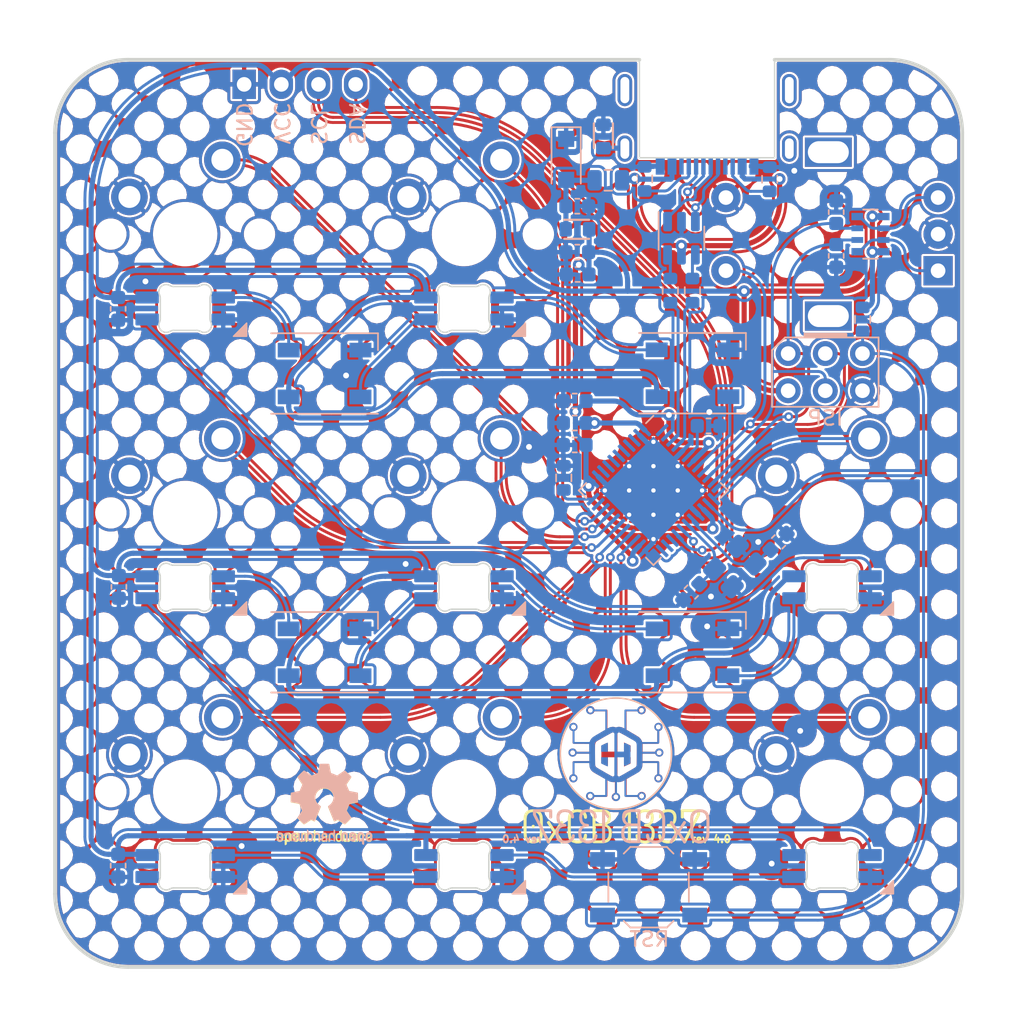
<source format=kicad_pcb>
(kicad_pcb (version 20211014) (generator pcbnew)
  (title_block (title "0xCB 1337") (date "2021-12-15") (rev "4.0") (company "0xCB") (comment 1 "Conor Burns & Jakob Kriener"))
  (layers (0 "F.Cu" signal) (31 "B.Cu" signal) (34 "B.Paste" user) (35 "F.Paste" user) (36 "B.SilkS" user "B.Silkscreen") (37 "F.SilkS" user "F.Silkscreen") (38 "B.Mask" user) (39 "F.Mask" user) (44 "Edge.Cuts" user))
  (net 0 "")
  (net 1 "Net-(C1-Pad1)")
  (net 2 "GND")
  (net 3 "VCC")
  (net 4 "Net-(C9-Pad1)")
  (net 5 "Net-(C11-Pad2)")
  (net 6 "Net-(C13-Pad2)")
  (net 7 "EA")
  (net 8 "EB")
  (net 9 "RGB")
  (net 10 "Net-(D1-Pad2)")
  (net 11 "Net-(D1-Pad4)")
  (net 12 "Net-(D13-Pad2)")
  (net 13 "Net-(D10-Pad2)")
  (net 14 "Net-(D3-Pad2)")
  (net 15 "/VBUS")
  (net 16 "Net-(D13-Pad4)")
  (net 17 "Net-(J1-PadA5)")
  (net 18 "Net-(J1-PadA6)")
  (net 19 "Net-(J1-PadA7)")
  (net 21 "Net-(J1-PadB5)")
  (net 23 "S6")
  (net 24 "S5")
  (net 25 "S9")
  (net 26 "RST")
  (net 27 "S1")
  (net 28 "S2")
  (net 29 "S4")
  (net 30 "S7")
  (net 31 "S8")
  (net 32 "/MCU+")
  (net 33 "D+")
  (net 34 "/MCU-")
  (net 35 "D-")
  (net 36 "Net-(D12-Pad2)")
  (net 37 "S3")
  (net 40 "SDA")
  (net 41 "SCL")
  (net 52 "Net-(D6-Pad4)")
  (net 53 "Net-(D12-Pad4)")
  (net 54 "Net-(D7-Pad4)")
  (net 55 "Net-(D11-Pad4)")
  (net 56 "Net-(FB1-Pad2)")
  (net 57 "Net-(MX3-PadA)")
  (net 58 "Net-(MX3-PadB)")
  (net 59 "Net-(R6-Pad2)")
  (footprint "0xcb:SW_Cherry_MX_PCB_1.00u" (layer "F.Cu") (at 101.405479 84.389521)
    (fp_text reference "MX8")
    (fp_text value "MX")
  )
  (footprint "0xcb:MX_SK6812MINI-E" (layer "F.Cu") (at 126.555479 65.339521)
    (fp_text reference "D5" hide)
    (fp_text value "SK6812MINI-E")
    (fp_line (start 0.794452 6.579999) (end -0.794452 6.579999) (layer "Edge.Cuts") (width 0.1))
    (fp_line (start -0.794452 3.58) (end 0.794453 3.58) (layer "Edge.Cuts") (width 0.1))
    (fp_line (start 1.699999 4.377157) (end 1.699999 5.782841) (layer "Edge.Cuts") (width 0.1))
    (fp_line (start -1.699999 5.782841) (end -1.699999 4.377157) (layer "Edge.Cuts") (width 0.1))
    (fp_arc (start -1.046711 6.648296) (mid -1.63807 6.584033) (end -1.749484 5.999719) (layer "Edge.Cuts") (width 0.1))
    (fp_arc (start -1.04671 6.648298) (mid -0.925122 6.597376) (end -0.794452 6.579999) (layer "Edge.Cuts") (width 0.1))
    (fp_arc (start -1.749484 4.160279) (mid -1.638071 3.575964) (end -1.046711 3.5117) (layer "Edge.Cuts") (width 0.1))
    (fp_arc (start 1.699999 4.377156) (mid 1.712527 4.265931) (end 1.749484 4.160279) (layer "Edge.Cuts") (width 0.1))
    (fp_arc (start -0.794453 3.579999) (mid -0.925123 3.562622) (end -1.046711 3.5117) (layer "Edge.Cuts") (width 0.1))
    (fp_arc (start -1.749484 4.160279) (mid -1.712527 4.265931) (end -1.699999 4.377157) (layer "Edge.Cuts") (width 0.1))
    (fp_arc (start 0.794452 6.579999) (mid 0.925123 6.597376) (end 1.046711 6.648298) (layer "Edge.Cuts") (width 0.1))
    (fp_arc (start -1.699999 5.782842) (mid -1.712527 5.894067) (end -1.749484 5.999719) (layer "Edge.Cuts") (width 0.1))
    (fp_arc (start 1.046711 3.511701) (mid 1.63807 3.575965) (end 1.749484 4.160279) (layer "Edge.Cuts") (width 0.1))
    (fp_arc (start 1.749484 5.999719) (mid 1.712527 5.894067) (end 1.699999 5.782841) (layer "Edge.Cuts") (width 0.1))
    (fp_arc (start 1.046711 3.511701) (mid 0.925123 3.562623) (end 0.794453 3.58) (layer "Edge.Cuts") (width 0.1))
    (fp_arc (start 1.749484 5.999718) (mid 1.638072 6.584034) (end 1.046711 6.648298) (layer "Edge.Cuts") (width 0.1))
  )
  (footprint "0xcb:SW_Cherry_MX_PCB_1.00u" (layer "F.Cu") (at 82.355479 84.389521)
    (fp_text reference "MX7")
    (fp_text value "MX")
  )
  (footprint "0xcb:MX_SK6812MINI-E" (layer "F.Cu") (at 82.355479 84.389521)
    (fp_text reference "D6" hide)
    (fp_text value "SK6812MINI-E")
    (fp_line (start -0.794452 3.58) (end 0.794453 3.58) (layer "Edge.Cuts") (width 0.1))
    (fp_line (start 0.794452 6.579999) (end -0.794452 6.579999) (layer "Edge.Cuts") (width 0.1))
    (fp_line (start 1.699999 4.377157) (end 1.699999 5.782841) (layer "Edge.Cuts") (width 0.1))
    (fp_line (start -1.699999 5.782841) (end -1.699999 4.377157) (layer "Edge.Cuts") (width 0.1))
    (fp_arc (start 1.699999 4.377156) (mid 1.712527 4.265931) (end 1.749484 4.160279) (layer "Edge.Cuts") (width 0.1))
    (fp_arc (start 1.749484 5.999719) (mid 1.712527 5.894067) (end 1.699999 5.782841) (layer "Edge.Cuts") (width 0.1))
    (fp_arc (start -1.749484 4.160279) (mid -1.712527 4.265931) (end -1.699999 4.377157) (layer "Edge.Cuts") (width 0.1))
    (fp_arc (start 0.794452 6.579999) (mid 0.925123 6.597376) (end 1.046711 6.648298) (layer "Edge.Cuts") (width 0.1))
    (fp_arc (start 1.046711 3.511701) (mid 1.63807 3.575965) (end 1.749484 4.160279) (layer "Edge.Cuts") (width 0.1))
    (fp_arc (start 1.046711 3.511701) (mid 0.925123 3.562623) (end 0.794453 3.58) (layer "Edge.Cuts") (width 0.1))
    (fp_arc (start -1.749484 4.160279) (mid -1.638071 3.575964) (end -1.046711 3.5117) (layer "Edge.Cuts") (width 0.1))
    (fp_arc (start -0.794453 3.579999) (mid -0.925123 3.562622) (end -1.046711 3.5117) (layer "Edge.Cuts") (width 0.1))
    (fp_arc (start -1.699999 5.782842) (mid -1.712527 5.894067) (end -1.749484 5.999719) (layer "Edge.Cuts") (width 0.1))
    (fp_arc (start -1.046711 6.648296) (mid -1.63807 6.584033) (end -1.749484 5.999719) (layer "Edge.Cuts") (width 0.1))
    (fp_arc (start -1.04671 6.648298) (mid -0.925122 6.597376) (end -0.794452 6.579999) (layer "Edge.Cuts") (width 0.1))
    (fp_arc (start 1.749484 5.999718) (mid 1.638072 6.584034) (end 1.046711 6.648298) (layer "Edge.Cuts") (width 0.1))
  )
  (footprint "0xcb:SW_Cherry_MX_PCB_1.00u" (layer "F.Cu") (at 82.355479 46.289521)
    (fp_text reference "MX1")
    (fp_text value "MX")
  )
  (footprint "0xcb:SW_Cherry_MX_PCB_1.00u" (layer "F.Cu") (at 126.555479 65.339521)
    (fp_text reference "MX6")
    (fp_text value "MX")
  )
  (footprint "0xcb:MX_SK6812MINI-E" (layer "F.Cu") (at 82.355479 46.289521)
    (fp_text reference "D1" hide)
    (fp_text value "SK6812MINI-E")
    (fp_line (start -0.794452 3.58) (end 0.794453 3.58) (layer "Edge.Cuts") (width 0.1))
    (fp_line (start 0.794452 6.579999) (end -0.794452 6.579999) (layer "Edge.Cuts") (width 0.1))
    (fp_line (start -1.699999 5.782841) (end -1.699999 4.377157) (layer "Edge.Cuts") (width 0.1))
    (fp_line (start 1.699999 4.377157) (end 1.699999 5.782841) (layer "Edge.Cuts") (width 0.1))
    (fp_arc (start -1.749484 4.160279) (mid -1.712527 4.265931) (end -1.699999 4.377157) (layer "Edge.Cuts") (width 0.1))
    (fp_arc (start -1.749484 4.160279) (mid -1.638071 3.575964) (end -1.046711 3.5117) (layer "Edge.Cuts") (width 0.1))
    (fp_arc (start 1.046711 3.511701) (mid 1.63807 3.575965) (end 1.749484 4.160279) (layer "Edge.Cuts") (width 0.1))
    (fp_arc (start 0.794452 6.579999) (mid 0.925123 6.597376) (end 1.046711 6.648298) (layer "Edge.Cuts") (width 0.1))
    (fp_arc (start 1.749484 5.999718) (mid 1.638072 6.584034) (end 1.046711 6.648298) (layer "Edge.Cuts") (width 0.1))
    (fp_arc (start 1.699999 4.377156) (mid 1.712527 4.265931) (end 1.749484 4.160279) (layer "Edge.Cuts") (width 0.1))
    (fp_arc (start -1.699999 5.782842) (mid -1.712527 5.894067) (end -1.749484 5.999719) (layer "Edge.Cuts") (width 0.1))
    (fp_arc (start -0.794453 3.579999) (mid -0.925123 3.562622) (end -1.046711 3.5117) (layer "Edge.Cuts") (width 0.1))
    (fp_arc (start 1.749484 5.999719) (mid 1.712527 5.894067) (end 1.699999 5.782841) (layer "Edge.Cuts") (width 0.1))
    (fp_arc (start 1.046711 3.511701) (mid 0.925123 3.562623) (end 0.794453 3.58) (layer "Edge.Cuts") (width 0.1))
    (fp_arc (start -1.04671 6.648298) (mid -0.925122 6.597376) (end -0.794452 6.579999) (layer "Edge.Cuts") (width 0.1))
    (fp_arc (start -1.046711 6.648296) (mid -1.63807 6.584033) (end -1.749484 5.999719) (layer "Edge.Cuts") (width 0.1))
  )
  (footprint "0xcb:128x64OLED" (layer "F.Cu") (at 90.004229 46.655771)
    (fp_text reference "U1" hide)
    (fp_text value "SSD1306" hide)
  )
  (footprint "0xcb:SW_Cherry_MX_PCB_1.00u" (layer "F.Cu") (at 126.555479 84.389521)
    (fp_text reference "MX9")
    (fp_text value "MX")
  )
  (footprint "0xcb:SW_Cherry_MX_PCB_1.00u" (layer "F.Cu") (at 82.355479 65.339521)
    (fp_text reference "MX4")
    (fp_text value "MX")
  )
  (footprint "0xcb:MX_SK6812MINI-E" (layer "F.Cu") (at 101.405479 46.289521)
    (fp_text reference "D2" hide)
    (fp_text value "SK6812MINI-E")
    (fp_line (start -0.794452 3.58) (end 0.794453 3.58) (layer "Edge.Cuts") (width 0.1))
    (fp_line (start -1.699999 5.782841) (end -1.699999 4.377157) (layer "Edge.Cuts") (width 0.1))
    (fp_line (start 1.699999 4.377157) (end 1.699999 5.782841) (layer "Edge.Cuts") (width 0.1))
    (fp_line (start 0.794452 6.579999) (end -0.794452 6.579999) (layer "Edge.Cuts") (width 0.1))
    (fp_arc (start -1.749484 4.160279) (mid -1.712527 4.265931) (end -1.699999 4.377157) (layer "Edge.Cuts") (width 0.1))
    (fp_arc (start -1.699999 5.782842) (mid -1.712527 5.894067) (end -1.749484 5.999719) (layer "Edge.Cuts") (width 0.1))
    (fp_arc (start 1.046711 3.511701) (mid 0.925123 3.562623) (end 0.794453 3.58) (layer "Edge.Cuts") (width 0.1))
    (fp_arc (start 1.699999 4.377156) (mid 1.712527 4.265931) (end 1.749484 4.160279) (layer "Edge.Cuts") (width 0.1))
    (fp_arc (start -0.794453 3.579999) (mid -0.925123 3.562622) (end -1.046711 3.5117) (layer "Edge.Cuts") (width 0.1))
    (fp_arc (start 1.749484 5.999718) (mid 1.638072 6.584034) (end 1.046711 6.648298) (layer "Edge.Cuts") (width 0.1))
    (fp_arc (start 0.794452 6.579999) (mid 0.925123 6.597376) (end 1.046711 6.648298) (layer "Edge.Cuts") (width 0.1))
    (fp_arc (start 1.749484 5.999719) (mid 1.712527 5.894067) (end 1.699999 5.782841) (layer "Edge.Cuts") (width 0.1))
    (fp_arc (start 1.046711 3.511701) (mid 1.63807 3.575965) (end 1.749484 4.160279) (layer "Edge.Cuts") (width 0.1))
    (fp_arc (start -1.04671 6.648298) (mid -0.925122 6.597376) (end -0.794452 6.579999) (layer "Edge.Cuts") (width 0.1))
    (fp_arc (start -1.046711 6.648296) (mid -1.63807 6.584033) (end -1.749484 5.999719) (layer "Edge.Cuts") (width 0.1))
    (fp_arc (start -1.749484 4.160279) (mid -1.638071 3.575964) (end -1.046711 3.5117) (layer "Edge.Cuts") (width 0.1))
  )
  (footprint "0xcb:EC11" (layer "F.Cu") (at 133.805479 48.789521 180)
    (fp_text reference "MX3" hide)
    (fp_text value "EC11")
  )
  (footprint "0xcb:MX_SK6812MINI-E" (layer "F.Cu") (at 82.355479 65.339521)
    (fp_text reference "D3" hide)
    (fp_text value "SK6812MINI-E")
    (fp_line (start -1.699999 5.782841) (end -1.699999 4.377157) (layer "Edge.Cuts") (width 0.1))
    (fp_line (start -0.794452 3.58) (end 0.794453 3.58) (layer "Edge.Cuts") (width 0.1))
    (fp_line (start 0.794452 6.579999) (end -0.794452 6.579999) (layer "Edge.Cuts") (width 0.1))
    (fp_line (start 1.699999 4.377157) (end 1.699999 5.782841) (layer "Edge.Cuts") (width 0.1))
    (fp_arc (start -1.749484 4.160279) (mid -1.712527 4.265931) (end -1.699999 4.377157) (layer "Edge.Cuts") (width 0.1))
    (fp_arc (start 1.699999 4.377156) (mid 1.712527 4.265931) (end 1.749484 4.160279) (layer "Edge.Cuts") (width 0.1))
    (fp_arc (start -1.04671 6.648298) (mid -0.925122 6.597376) (end -0.794452 6.579999) (layer "Edge.Cuts") (width 0.1))
    (fp_arc (start 1.046711 3.511701) (mid 0.925123 3.562623) (end 0.794453 3.58) (layer "Edge.Cuts") (width 0.1))
    (fp_arc (start -0.794453 3.579999) (mid -0.925123 3.562622) (end -1.046711 3.5117) (layer "Edge.Cuts") (width 0.1))
    (fp_arc (start -1.046711 6.648296) (mid -1.63807 6.584033) (end -1.749484 5.999719) (layer "Edge.Cuts") (width 0.1))
    (fp_arc (start -1.749484 4.160279) (mid -1.638071 3.575964) (end -1.046711 3.5117) (layer "Edge.Cuts") (width 0.1))
    (fp_arc (start -1.699999 5.782842) (mid -1.712527 5.894067) (end -1.749484 5.999719) (layer "Edge.Cuts") (width 0.1))
    (fp_arc (start 0.794452 6.579999) (mid 0.925123 6.597376) (end 1.046711 6.648298) (layer "Edge.Cuts") (width 0.1))
    (fp_arc (start 1.749484 5.999718) (mid 1.638072 6.584034) (end 1.046711 6.648298) (layer "Edge.Cuts") (width 0.1))
    (fp_arc (start 1.749484 5.999719) (mid 1.712527 5.894067) (end 1.699999 5.782841) (layer "Edge.Cuts") (width 0.1))
    (fp_arc (start 1.046711 3.511701) (mid 1.63807 3.575965) (end 1.749484 4.160279) (layer "Edge.Cuts") (width 0.1))
  )
  (footprint "0xcb:MX_SK6812MINI-E" (layer "F.Cu") (at 101.405479 84.389521)
    (fp_text reference "D7" hide)
    (fp_text value "SK6812MINI-E")
    (fp_line (start 1.699999 4.377157) (end 1.699999 5.782841) (layer "Edge.Cuts") (width 0.1))
    (fp_line (start -0.794452 3.58) (end 0.794453 3.58) (layer "Edge.Cuts") (width 0.1))
    (fp_line (start 0.794452 6.579999) (end -0.794452 6.579999) (layer "Edge.Cuts") (width 0.1))
    (fp_line (start -1.699999 5.782841) (end -1.699999 4.377157) (layer "Edge.Cuts") (width 0.1))
    (fp_arc (start -0.794453 3.579999) (mid -0.925123 3.562622) (end -1.046711 3.5117) (layer "Edge.Cuts") (width 0.1))
    (fp_arc (start 1.699999 4.377156) (mid 1.712527 4.265931) (end 1.749484 4.160279) (layer "Edge.Cuts") (width 0.1))
    (fp_arc (start -1.749484 4.160279) (mid -1.638071 3.575964) (end -1.046711 3.5117) (layer "Edge.Cuts") (width 0.1))
    (fp_arc (start -1.04671 6.648298) (mid -0.925122 6.597376) (end -0.794452 6.579999) (layer "Edge.Cuts") (width 0.1))
    (fp_arc (start -1.046711 6.648296) (mid -1.63807 6.584033) (end -1.749484 5.999719) (layer "Edge.Cuts") (width 0.1))
    (fp_arc (start 1.046711 3.511701) (mid 0.925123 3.562623) (end 0.794453 3.58) (layer "Edge.Cuts") (width 0.1))
    (fp_arc (start -1.699999 5.782842) (mid -1.712527 5.894067) (end -1.749484 5.999719) (layer "Edge.Cuts") (width 0.1))
    (fp_arc (start 0.794452 6.579999) (mid 0.925123 6.597376) (end 1.046711 6.648298) (layer "Edge.Cuts") (width 0.1))
    (fp_arc (start 1.749484 5.999719) (mid 1.712527 5.894067) (end 1.699999 5.782841) (layer "Edge.Cuts") (width 0.1))
    (fp_arc (start 1.749484 5.999718) (mid 1.638072 6.584034) (end 1.046711 6.648298) (layer "Edge.Cuts") (width 0.1))
    (fp_arc (start 1.046711 3.511701) (mid 1.63807 3.575965) (end 1.749484 4.160279) (layer "Edge.Cuts") (width 0.1))
    (fp_arc (start -1.749484 4.160279) (mid -1.712527 4.265931) (end -1.699999 4.377157) (layer "Edge.Cuts") (width 0.1))
  )
  (footprint "Symbol:OSHW-Logo2_7.3x6mm_SilkScreen" (layer "F.Cu") (at 91.87 85.27)
    (fp_text reference "REF**" hide)
    (fp_text value "OSHW-Logo2_7.3x6mm_SilkScreen" hide)
  )
  (footprint "0xcb:MX_SK6812MINI-E" (layer "F.Cu") (at 126.555479 84.389521)
    (fp_text reference "D8" hide)
    (fp_text value "SK6812MINI-E")
    (fp_line (start -0.794452 3.58) (end 0.794453 3.58) (layer "Edge.Cuts") (width 0.1))
    (fp_line (start 1.699999 4.377157) (end 1.699999 5.782841) (layer "Edge.Cuts") (width 0.1))
    (fp_line (start 0.794452 6.579999) (end -0.794452 6.579999) (layer "Edge.Cuts") (width 0.1))
    (fp_line (start -1.699999 5.782841) (end -1.699999 4.377157) (layer "Edge.Cuts") (width 0.1))
    (fp_arc (start -1.046711 6.648296) (mid -1.63807 6.584033) (end -1.749484 5.999719) (layer "Edge.Cuts") (width 0.1))
    (fp_arc (start 1.046711 3.511701) (mid 1.63807 3.575965) (end 1.749484 4.160279) (layer "Edge.Cuts") (width 0.1))
    (fp_arc (start 1.749484 5.999719) (mid 1.712527 5.894067) (end 1.699999 5.782841) (layer "Edge.Cuts") (width 0.1))
    (fp_arc (start 1.749484 5.999718) (mid 1.638072 6.584034) (end 1.046711 6.648298) (layer "Edge.Cuts") (width 0.1))
    (fp_arc (start -1.04671 6.648298) (mid -0.925122 6.597376) (end -0.794452 6.579999) (layer "Edge.Cuts") (width 0.1))
    (fp_arc (start -1.749484 4.160279) (mid -1.712527 4.265931) (end -1.699999 4.377157) (layer "Edge.Cuts") (width 0.1))
    (fp_arc (start 0.794452 6.579999) (mid 0.925123 6.597376) (end 1.046711 6.648298) (layer "Edge.Cuts") (width 0.1))
    (fp_arc (start -0.794453 3.579999) (mid -0.925123 3.562622) (end -1.046711 3.5117) (layer "Edge.Cuts") (width 0.1))
    (fp_arc (start 1.046711 3.511701) (mid 0.925123 3.562623) (end 0.794453 3.58) (layer "Edge.Cuts") (width 0.1))
    (fp_arc (start -1.749484 4.160279) (mid -1.638071 3.575964) (end -1.046711 3.5117) (layer "Edge.Cuts") (width 0.1))
    (fp_arc (start -1.699999 5.782842) (mid -1.712527 5.894067) (end -1.749484 5.999719) (layer "Edge.Cuts") (width 0.1))
    (fp_arc (start 1.699999 4.377156) (mid 1.712527 4.265931) (end 1.749484 4.160279) (layer "Edge.Cuts") (width 0.1))
  )
  (footprint "0xcb:MX_SK6812MINI-E" (layer "F.Cu") (at 101.405479 65.339521)
    (fp_text reference "D4" hide)
    (fp_text value "SK6812MINI-E")
    (fp_line (start 1.699999 4.377157) (end 1.699999 5.782841) (layer "Edge.Cuts") (width 0.1))
    (fp_line (start -0.794452 3.58) (end 0.794453 3.58) (layer "Edge.Cuts") (width 0.1))
    (fp_line (start -1.699999 5.782841) (end -1.699999 4.377157) (layer "Edge.Cuts") (width 0.1))
    (fp_line (start 0.794452 6.579999) (end -0.794452 6.579999) (layer "Edge.Cuts") (width 0.1))
    (fp_arc (start -1.699999 5.782842) (mid -1.712527 5.894067) (end -1.749484 5.999719) (layer "Edge.Cuts") (width 0.1))
    (fp_arc (start 1.749484 5.999718) (mid 1.638072 6.584034) (end 1.046711 6.648298) (layer "Edge.Cuts") (width 0.1))
    (fp_arc (start 1.046711 3.511701) (mid 0.925123 3.562623) (end 0.794453 3.58) (layer "Edge.Cuts") (width 0.1))
    (fp_arc (start -1.04671 6.648298) (mid -0.925122 6.597376) (end -0.794452 6.579999) (layer "Edge.Cuts") (width 0.1))
    (fp_arc (start -0.794453 3.579999) (mid -0.925123 3.562622) (end -1.046711 3.5117) (layer "Edge.Cuts") (width 0.1))
    (fp_arc (start 1.046711 3.511701) (mid 1.63807 3.575965) (end 1.749484 4.160279) (layer "Edge.Cuts") (width 0.1))
    (fp_arc (start -1.749484 4.160279) (mid -1.638071 3.575964) (end -1.046711 3.5117) (layer "Edge.Cuts") (width 0.1))
    (fp_arc (start -1.046711 6.648296) (mid -1.63807 6.584033) (end -1.749484 5.999719) (layer "Edge.Cuts") (width 0.1))
    (fp_arc (start 0.794452 6.579999) (mid 0.925123 6.597376) (end 1.046711 6.648298) (layer "Edge.Cuts") (width 0.1))
    (fp_arc (start 1.699999 4.377156) (mid 1.712527 4.265931) (end 1.749484 4.160279) (layer "Edge.Cuts") (width 0.1))
    (fp_arc (start -1.749484 4.160279) (mid -1.712527 4.265931) (end -1.699999 4.377157) (layer "Edge.Cuts") (width 0.1))
    (fp_arc (start 1.749484 5.999719) (mid 1.712527 5.894067) (end 1.699999 5.782841) (layer "Edge.Cuts") (width 0.1))
  )
  (footprint "kibuzzard-61BA68AC" (layer "F.Cu") (at 111.51 86.76)
    (fp_text reference "kibuzzard-61BA68AC" hide)
    (fp_text value "G***" hide)
  )
  (footprint "0xcb:SW_Cherry_MX_PCB_1.00u" (layer "F.Cu") (at 101.405479 46.289521)
    (fp_text reference "MX2")
    (fp_text value "MX")
  )
  (footprint "0xcb:SW_Cherry_MX_PCB_1.00u" (layer "F.Cu") (at 101.405479 65.339521)
    (fp_text reference "MX5")
    (fp_text value "MX")
  )
  (footprint "0xcb:molex2169900001" (layer "B.Cu") (at 118.019229 34.345771)
    (fp_text reference "J1" hide)
    (fp_text value "USB_IN")
    (fp_line (start -4.625 0.025) (end -4.625 6.725) (layer "Edge.Cuts") (width 0.1))
    (fp_line (start 4.615 0.025) (end 4.615 6.725) (layer "Edge.Cuts") (width 0.1))
    (fp_line (start -4.625 6.725) (end 4.615 6.725) (layer "Edge.Cuts") (width 0.1))
  )
  (footprint "Capacitor_SMD:C_0603_1608Metric" (layer "B.Cu") (at 108.974229 60.695771 180)
    (fp_text reference "C10" hide)
    (fp_text value "100n")
  )
  (footprint "Capacitor_SMD:C_0603_1608Metric" (layer "B.Cu") (at 122.904229 67.315771 -135)
    (fp_text reference "C11" hide)
    (fp_text value "22p")
  )
  (footprint "0xcb:CB-sm" (layer "B.Cu") (at 111.79 81.79 180)
    (fp_text reference "G***" hide)
    (fp_text value "LOGO" hide)
  )
  (footprint "Capacitor_SMD:C_0603_1608Metric" (layer "B.Cu") (at 108.974229 57.695771 180)
    (fp_text reference "C7" hide)
    (fp_text value "100n")
  )
  (footprint "Diode_SMD:D_SOD-123F" (layer "B.Cu") (at 108.389229 41.180771 -90)
    (fp_text reference "D9" hide)
    (fp_text value "SMF5.0CA")
  )
  (footprint "Resistor_SMD:R_0603_1608Metric" (layer "B.Cu") (at 117.019229 50.150771 90)
    (fp_text reference "R3" hide)
    (fp_text value "22")
  )
  (footprint "Resistor_SMD:R_0603_1608Metric" (layer "B.Cu") (at 113.749229 42.515771 90)
    (fp_text reference "R2" hide)
    (fp_text value "5.1k")
  )
  (footprint "Capacitor_SMD:C_0603_1608Metric" (layer "B.Cu") (at 77.824229 70.395771 -90)
    (fp_text reference "C12" hide)
    (fp_text value "100n")
  )
  (footprint "Capacitor_SMD:C_0603_1608Metric" (layer "B.Cu") (at 77.774229 51.395771 -90)
    (fp_text reference "C6" hide)
    (fp_text value "100n")
  )
  (footprint "Symbol:OSHW-Logo2_7.3x6mm_SilkScreen" (layer "B.Cu") (at 91.87 85.246737 180)
    (fp_text reference "REF**" hide)
    (fp_text value "OSHW-Logo2_7.3x6mm_SilkScreen" hide)
  )
  (footprint "Capacitor_SMD:C_0603_1608Metric" (layer "B.Cu") (at 109.174229 49.045771 180)
    (fp_text reference "C5" hide)
    (fp_text value "1u")
  )
  (footprint "Resistor_SMD:R_0603_1608Metric" (layer "B.Cu") (at 115.509229 50.150771 90)
    (fp_text reference "R4" hide)
    (fp_text value "22")
  )
  (footprint "0xcb:AVR_PROG_2.54_THT" (layer "B.Cu") (at 126.099229 55.720771)
    (fp_text reference "J2" hide)
    (fp_text value "AVR-ISP-6")
  )
  (footprint "Package_TO_SOT_SMD:SOT-23-6" (layer "B.Cu") (at 116.269229 46.570771 -90)
    (fp_text reference "U2" hide)
    (fp_text value "USBLC6-2SC6")
  )
  (footprint "0xcb:Ferrite_Bead_0603" (layer "B.Cu") (at 109.159229 45.960771)
    (fp_text reference "FB2" hide)
    (fp_text value "600R" hide)
  )
  (footprint "LED_SMD:LED_WS2812B_PLCC4_5.0x5.0mm_P3.2mm" (layer "B.Cu") (at 91.880479 74.864521)
    (fp_text reference "D13" hide)
    (fp_text value "WS2812B")
  )
  (footprint "Capacitor_SMD:C_0603_1608Metric" (layer "B.Cu") (at 116.944229 70.745771 45)
    (fp_text reference "C13" hide)
    (fp_text value "22p")
  )
  (footprint "0xcb:Ferrite_Bead_0603" (layer "B.Cu") (at 110.934229 39.615771 -90)
    (fp_text reference "FB1" hide)
    (fp_text value "600R" hide)
  )
  (footprint "Resistor_SMD:R_Array_Convex_4x0603" (layer "B.Cu") (at 129.186729 46.289521)
    (fp_text reference "RN1" hide)
    (fp_text value "10k")
  )
  (footprint "Resistor_SMD:R_0603_1608Metric" (layer "B.Cu") (at 128.649229 52.120771 90)
    (fp_text reference "R5" hide)
    (fp_text value "10k")
  )
  (footprint "Capacitor_SMD:C_0603_1608Metric" (layer "B.Cu") (at 109.149229 47.520771 180)
    (fp_text reference "C3" hide)
    (fp_text value "1u")
  )
  (footprint "Resistor_SMD:R_0603_1608Metric" (layer "B.Cu") (at 108.224229 62.945771 -90)
    (fp_text reference "R6" hide)
    (fp_text value "10k")
  )
  (footprint "Capacitor_SMD:C_0603_1608Metric" (layer "B.Cu") (at 108.974229 59.195771 180)
    (fp_text reference "C8" hide)
    (fp_text value "100n")
  )
  (footprint "LED_SMD:LED_WS2812B_PLCC4_5.0x5.0mm_P3.2mm" (layer "B.Cu") (at 117.024229 74.864521)
    (fp_text reference "D12" hide)
    (fp_text value "WS2812B")
  )
  (footprint "kibuzzard-61BA68AC" (layer "B.Cu") (at 112.15 86.76 180)
    (fp_text reference "kibuzzard-61BA68AC" hide)
    (fp_text value "G***" hide)
  )
  (footprint "Capacitor_SMD:C_0603_1608Metric" (layer "B.Cu") (at 118.124229 59.395771)
    (fp_text reference "C9" hide)
    (fp_text value "1u")
  )
  (footprint "Capacitor_SMD:C_0603_1608Metric" (layer "B.Cu") (at 109.149229 44.380771)
    (fp_text reference "C1" hide)
    (fp_text value "10u")
  )
  (footprint "0xcb:Fuse_0805_2012Metric" (layer "B.Cu") (at 111.269229 42.610771 180)
    (fp_text reference "F1" hide)
    (fp_text value "1A")
  )
  (footprint "LED_SMD:LED_WS2812B_PLCC4_5.0x5.0mm_P3.2mm" (layer "B.Cu") (at 91.880479 55.814521)
    (fp_text reference "D11" hide)
    (fp_text value "WS2812B")
  )
  (footprint "LED_SMD:LED_WS2812B_PLCC4_5.0x5.0mm_P3.2mm" (layer "B.Cu") (at 117.024229 55.795771)
    (fp_text reference "D10" hide)
    (fp_text value "WS2812B")
  )
  (footprint "0xcb:QFN-44-1EP_7x7mm_P0.5mm_EP5.2x5.2mm_ThermalVias" (layer "B.Cu") (at 114.354229 63.806621 -135)
    (fp_text reference "U3" hide)
    (fp_text value "ATMEGA32U4")
  )
  (footprint "0xcb:Crystal_SMD_3225-4Pin_3.2x2.5mm" (layer "B.Cu") (at 119.914229 69.005771 -135)
    (fp_text reference "Y1" hide)
    (fp_text value "16MHz")
  )
  (footprint "Capacitor_SMD:C_0603_1608Metric" (layer "B.Cu") (at 126.844229 44.785771 90)
    (fp_text reference "C2" hide)
    (fp_text value "100n")
  )
  (footprint "Capacitor_SMD:C_0603_1608Metric" (layer "B.Cu") (at 77.774229 89.445771 -90)
    (fp_text reference "C14" hide)
    (fp_text value "100n")
  )
  (footprint "Resistor_SMD:R_0603_1608Metric" (layer "B.Cu") (at 122.299229 42.540771 -90)
    (fp_text reference "R1" hide)
    (fp_text value "5.1k")
  )
  (footprint "Button_Switch_SMD:SW_SPST_TL3342" (layer "B.Cu") (at 114.024229 90.920771 180)
    (fp_text reference "SW1" hide)
    (fp_text value "SW_Push")
  )
  (footprint "Capacitor_SMD:C_0603_1608Metric" (layer "B.Cu") (at 126.844229 47.775771 -90)
    (fp_text reference "C4" hide)
    (fp_text value "100n")
  )
  (gr_rect (start 127.525 53.31) (end 124.695 53.12) (layer "B.SilkS") (width 0.15) (fill solid))
  (gr_arc (start 73.45923 39.370771) (mid 74.923696 35.835238) (end 78.459229 34.370772) (layer "Edge.Cuts") (width 0.25))
  (gr_line (start 78.459229 96.370771) (end 130.459229 96.370771) (layer "Edge.Cuts") (width 0.25))
  (gr_arc (start 78.459229 96.37077) (mid 74.923696 94.906304) (end 73.45923 91.370771) (layer "Edge.Cuts") (width 0.25))
  (gr_line (start 130.459229 34.370771) (end 122.634229 34.370771) (layer "Edge.Cuts") (width 0.25))
  (gr_line (start 113.394229 34.370771) (end 78.459229 34.370771) (layer "Edge.Cuts") (width 0.25))
  (gr_arc (start 130.459229 34.370772) (mid 133.994762 35.835238) (end 135.459228 39.370771) (layer "Edge.Cuts") (width 0.25))
  (gr_arc (start 135.459228 91.370771) (mid 133.994762 94.906304) (end 130.459229 96.37077) (layer "Edge.Cuts") (width 0.25))
  (gr_line (start 73.459229 39.370771) (end 73.459229 91.370771) (layer "Edge.Cuts") (width 0.25))
  (gr_line (start 135.459229 91.370771) (end 135.459229 39.370771) (layer "Edge.Cuts") (width 0.25))
  (gr_text "RST" (at 114.08 94.47) (layer "B.SilkS") (effects (font (size 1 1)) (justify mirror)))
  (gr_text "rev 4.0" (at 105.37 87.63) (layer "B.SilkS") (effects (font (size 0.5 0.5) (thickness 0.12)) (justify mirror)))
  (gr_text "ISP" (at 126.09 58.86) (layer "B.SilkS") (effects (font (size 1 1)) (justify mirror)))
  (gr_text "rev 4.0" (at 118.29 87.63) (layer "F.SilkS") (effects (font (size 0.5 0.5) (thickness 0.12))))
  (segment (start 110.331729 42.610771) (end 108.419229 42.610771) (width 0.35) (layer "B.Cu") (net 1))
  (segment (start 108.374229 42.595771) (end 108.389229 42.580771) (width 0.35) (layer "B.Cu") (net 1))
  (segment (start 108.374229 44.380771) (end 108.374229 42.595771) (width 0.35) (layer "B.Cu") (net 1))
  (segment (start 108.419229 42.610771) (end 108.389229 42.580771) (width 0.35) (layer "B.Cu") (net 1))
  (segment (start 108.374229 44.380771) (end 108.374229 45.945771) (width 0.35) (layer "B.Cu") (net 1))
  (segment (start 108.374229 45.945771) (end 108.359229 45.960771) (width 0.35) (layer "B.Cu") (net 1))
  (via (at 105.85 60.83) (size 0.8) (drill 0.4) (layers "F.Cu" "B.Cu") (net 2))
  (via (at 97.42 68.83) (size 0.8) (drill 0.4) (layers "F.Cu" "B.Cu") (net 2))
  (via (at 121.514229 67.325771) (size 0.8) (drill 0.4) (layers "F.Cu" "B.Cu") (net 2))
  (via (at 79.64 49.52) (size 0.8) (drill 0.4) (layers "F.Cu" "B.Cu") (net 2))
  (via (at 86.212593 88.107185) (size 0.8) (drill 0.4) (layers "F.Cu" "B.Cu") (net 2))
  (via (at 122.434229 89.305771) (size 0.8) (drill 0.4) (layers "F.Cu" "B.Cu") (net 2))
  (via (at 123.98 41.96) (size 0.8) (drill 0.4) (layers "F.Cu" "B.Cu") (net 2))
  (via (at 124.384229 80.235771) (size 0.8) (drill 0.4) (layers "F.Cu" "B.Cu") (net 2))
  (via (at 118.284229 71.055771) (size 0.8) (drill 0.4) (layers "F.Cu" "B.Cu") (net 2))
  (via (at 118.174229 58.445771) (size 0.8) (drill 0.4) (layers "F.Cu" "B.Cu") (net 2))
  (via (at 93.35 55.95) (size 0.8) (drill 0.4) (layers "F.Cu" "B.Cu") (net 2))
  (via (at 118.024229 73.095771) (size 0.8) (drill 0.4) (layers "F.Cu" "B.Cu") (net 2))
  (segment (start 113.762027 67.934357) (end 113.762027 67.930793) (width 0.35) (layer "B.Cu") (net 2))
  (segment (start 114.354229 60.978194) (end 114.354229 63.806621) (width 0.35) (layer "B.Cu") (net 2))
  (segment (start 121.219229 41.645771) (end 122.229229 41.645771) (width 0.35) (layer "B.Cu") (net 2))
  (segment (start 116.360644 61.093099) (end 114.354229 63.099514) (width 0.35) (layer "B.Cu") (net 2))
  (segment (start 117.421305 65.459483) (end 115.768443 63.806621) (width 0.35) (layer "B.Cu") (net 2))
  (segment (start 115.768443 63.806621) (end 114.354229 63.806621) (width 0.35) (layer "B.Cu") (net 2))
  (segment (start 114.354229 63.099514) (end 114.354229 63.806621) (width 0.35) (layer "B.Cu") (net 2))
  (segment (start 110.580047 62.860866) (end 111.525802 63.806621) (width 0.35) (layer "B.Cu") (net 2))
  (segment (start 113.762027 67.930793) (end 114.354229 67.338591) (width 0.35) (layer "B.Cu") (net 2))
  (segment (start 111.525802 63.806621) (end 114.354229 63.806621) (width 0.35) (layer "B.Cu") (net 2))
  (segment (start 114.354229 67.338591) (end 114.354229 63.806621) (width 0.35) (layer "B.Cu") (net 2))
  (segment (start 113.408474 60.032439) (end 114.354229 60.978194) (width 0.35) (layer "B.Cu") (net 2))
  (segment (start 114.819229 41.645771) (end 113.794229 41.645771) (width 0.35) (layer "B.Cu") (net 2))
  (segment (start 113.794229 41.645771) (end 113.749229 41.690771) (width 0.35) (layer "B.Cu") (net 2))
  (segment (start 122.229229 41.645771) (end 122.299229 41.715771) (width 0.35) (layer "B.Cu") (net 2))
  (segment (start 123.554229 56.990771) (end 123.559229 56.990771) (width 0.35) (layer "F.Cu") (net 3))
  (segment (start 123.554229 56.990771) (end 122.630473 56.990771) (width 0.35) (layer "F.Cu") (net 3))
  (segment (start 109.924229 63.860015) (end 109.924229 63.495771) (width 0.35) (layer "F.Cu") (net 3))
  (segment (start 112.938272 68.614941) (end 112.938272 68.342165) (width 0.35) (layer "F.Cu") (net 3))
  (segment (start 118.407939 66.412061) (end 118.391649 66.395771) (width 0.35) (layer "F.Cu") (net 3))
  (segment (start 118.391649 66.395771) (end 113.288412 66.395771) (width 0.35) (layer "F.Cu") (net 3))
  (segment (start 129.312314 45.077686) (end 129.312314 47.493856) (width 0.35) (layer "F.Cu") (net 3))
  (segment (start 120.554229 50.185771) (end 127.316064 50.185771) (width 0.35) (layer "F.Cu") (net 3))
  (segment (start 111.167091 65.517091) (end 110.217122 64.567122) (width 0.35) (layer "F.Cu") (net 3))
  (segment (start 109.624229 59.195771) (end 110.324229 59.195771) (width 0.35) (layer "F.Cu") (net 3))
  (segment (start 109.250347 48.378359) (end 109.024229 48.604477) (width 0.35) (layer "F.Cu") (net 3))
  (segment (start 120.554229 50.185771) (end 120.554229 54.914525) (width 0.35) (layer "F.Cu") (net 3))
  (segment (start 109.124229 63.285481) (end 109.124229 59.695771) (width 0.35) (layer "F.Cu") (net 3))
  (segment (start 115.411728 59.545771) (end 115.411728 58.645771) (width 0.35) (layer "F.Cu") (net 3))
  (segment (start 112.938272 68.342165) (end 110.002908 65.406801) (width 0.35) (layer "F.Cu") (net 3))
  (segment (start 118.124229 60.545771) (end 116.411728 60.545771) (width 0.35) (layer "F.Cu") (net 3))
  (segment (start 109.024229 48.604477) (end 109.024229 58.420771) (width 0.35) (layer "F.Cu") (net 3))
  (segment (start 129.312314 47.493856) (end 129.316064 47.497606) (width 0.35) (layer "F.Cu") (net 3))
  (segment (start 129.316064 48.185771) (end 129.316064 47.497606) (width 0.35) (layer "F.Cu") (net 3))
  (via (at 109.024229 58.420771) (size 0.8) (drill 0.4) (layers "F.Cu" "B.Cu") (net 3))
  (via (at 112.938272 68.614941) (size 0.8) (drill 0.4) (layers "F.Cu" "B.Cu") (net 3))
  (via (at 109.924229 63.495771) (size 0.8) (drill 0.4) (layers "F.Cu" "B.Cu") (net 3))
  (via (at 109.250347 48.378359) (size 0.8) (drill 0.4) (layers "F.Cu" "B.Cu") (net 3))
  (via (at 110.324229 59.195771) (size 0.8) (drill 0.4) (layers "F.Cu" "B.Cu") (net 3))
  (via (at 129.316064 47.497606) (size 0.8) (drill 0.4) (layers "F.Cu" "B.Cu") (net 3))
  (via (at 118.124229 60.545771) (size 0.8) (drill 0.4) (layers "F.Cu" "B.Cu") (net 3))
  (via (at 129.312314 45.077686) (size 0.8) (drill 0.4) (layers "F.Cu" "B.Cu") (net 3))
  (via (at 118.407939 66.412061) (size 0.8) (drill 0.4) (layers "F.Cu" "B.Cu") (net 3))
  (via (at 115.411728 58.645771) (size 0.8) (drill 0.4) (layers "F.Cu" "B.Cu") (net 3))
  (via (at 120.554229 50.185771) (size 0.8) (drill 0.4) (layers "F.Cu" "B.Cu") (net 3))
  (arc (start 111.167091 65.517091) (mid 112.140361 66.16741) (end 113.288412 66.395771) (width 0.35) (layer "F.Cu") (net 3))
  (arc (start 129.316064 48.185771) (mid 128.730278 49.599985) (end 127.316064 50.185771) (width 0.35) (layer "F.Cu") (net 3))
  (arc (start 110.002908 65.406801) (mid 109.35259 64.433531) (end 109.124229 63.285481) (width 0.35) (layer "F.Cu") (net 3))
  (arc (start 116.411728 60.545771) (mid 115.704621 60.252878) (end 115.411728 59.545771) (width 0.35) (layer "F.Cu") (net 3))
  (arc (start 110.217122 64.567122) (mid 110.000349 64.242699) (end 109.924229 63.860015) (width 0.35) (layer "F.Cu") (net 3))
  (arc (start 120.554229 54.914525) (mid 121.162347 56.382652) (end 122.630473 56.990771) (width 0.35) (layer "F.Cu") (net 3))
  (arc (start 109.124229 59.695771) (mid 109.270676 59.342218) (end 109.624229 59.195771) (width 0.35) (layer "F.Cu") (net 3))
  (segment (start 118.261492 65.592564) (end 117.774858 65.10593) (width 0.35) (layer "B.Cu") (net 3))
  (segment (start 129.324149 45.089521) (end 129.312314 45.077686) (width 0.35) (layer "B.Cu") (net 3))
  (segment (start 109.024229 59.788664) (end 109.024229 59.195771) (width 0.35) (layer "B.Cu") (net 3))
  (segment (start 123.60048 69.66952) (end 123.955479 69.66952) (width 0.35) (layer "B.Cu") (net 3))
  (segment (start 128.816064 51.295771) (end 128.649229 51.295771) (width 0.35) (layer "B.Cu") (net 3))
  (segment (start 79.70673 69.620771) (end 79.755479 69.66952) (width 0.35) (layer "B.Cu") (net 3))
  (segment (start 109.724229 60.695771) (end 109.170675 60.142217) (width 0.35) (layer "B.Cu") (net 3))
  (segment (start 109.924229 47.520771) (end 110.589229 47.520771) (width 0.35) (layer "B.Cu") (net 3))
  (segment (start 77.774229 50.620771) (end 79.754228 50.620771) (width 0.35) (layer "B.Cu") (net 3))
  (segment (start 114.574229 76.464521) (end 115.240071 75.798679) (width 0.35) (layer "B.Cu") (net 3))
  (segment (start 122.60934 70.66066) (end 123.60048 69.66952) (width 0.35) (layer "B.Cu") (net 3))
  (segment (start 90.039449 77.69) (end 113.971987 77.69) (width 0.35) (layer "B.Cu") (net 3))
  (segment (start 75.925958 44.042551) (end 75.925958 49.437414) (width 0.35) (layer "B.Cu") (net 3))
  (segment (start 117.067751 61.800206) (end 117.069794 61.800206) (width 0.35) (layer "B.Cu") (net 3))
  (segment (start 89.430479 76.464521) (end 89.430479 77.08103) (width 0.35) (layer "B.Cu") (net 3))
  (segment (start 94.12338 34.753251) (end 90.640963 34.753251) (width 0.35) (layer "B.Cu") (net 3))
  (segment (start 75.925958 87.463001) (end 75.925958 68.445883) (width 0.35) (layer "B.Cu") (net 3))
  (segment (start 117.069794 61.800206) (end 118.074229 60.795771) (width 0.35) (layer "B.Cu") (net 3))
  (segment (start 118.407939 66.412061) (end 118.407939 65.946118) (width 0.35) (layer "B.Cu") (net 3))
  (segment (start 109.949229 47.545771) (end 109.924229 47.520771) (width 0.35) (layer "B.Cu") (net 3))
  (segment (start 113.419985 58.645771) (end 115.411728 58.645771) (width 0.35) (layer "B.Cu") (net 3))
  (segment (start 77.824229 69.620771) (end 79.70673 69.620771) (width 0.35) (layer "B.Cu") (net 3))
  (segment (start 122.17 71.92) (end 122.17 71.72132) (width 0.35) (layer "B.Cu") (net 3))
  (segment (start 77.824229 69.620771) (end 77.100846 69.620771) (width 0.35) (layer "B.Cu") (net 3))
  (segment (start 109.959229 45.960771) (end 109.959229 47.485771) (width 0.35) (layer "B.Cu") (net 3))
  (segment (start 112.589229 50.185771) (end 108.863768 50.185771) (width 0.35) (layer "B.Cu") (net 3))
  (segment (start 98.805479 50.61952) (end 96.063121 50.61952) (width 0.35) (layer "B.Cu") (net 3))
  (segment (start 105.726112 48.886112) (end 105.531297 48.691297) (width 0.35) (layer "B.Cu") (net 3))
  (segment (start 109.949229 49.045771) (end 109.949229 47.545771) (width 0.35) (layer "B.Cu") (net 3))
  (segment (start 123.955479 88.404685) (end 123.955479 88.71952) (width 0.35) (layer "B.Cu") (net 3))
  (segment (start 77.774229 88.670771) (end 77.774229 88.108916) (width 0.35) (layer "B.Cu") (net 3))
  (segment (start 77.774229 88.670771) (end 77.133728 88.670771) (width 0.35) (layer "B.Cu") (net 3))
  (segment (start 130.078644 47.497606) (end 130.086729 47.489521) (width 0.35) (layer "B.Cu") (net 3))
  (segment (start 129.316064 47.497606) (end 130.078644 47.497606) (width 0.35) (layer "B.Cu") (net 3))
  (segment (start 109.024229 59.195771) (end 109.024229 58.420771) (width 0.35) (layer "B.Cu") (net 3))
  (segment (start 96.54868 57.97132) (end 97.821321 56.698679) (width 0.35) (layer "B.Cu") (net 3))
  (segment (start 109.749229 57.695771) (end 111.641557 57.695771) (width 0.35) (layer "B.Cu") (net 3))
  (segment (start 115.299984 60.032439) (end 115.674229 59.658194) (width 0.25) (layer "B.Cu") (net 3))
  (segment (start 79.069035 48.764042) (end 97.480621 48.764042) (width 0.35) (layer "B.Cu") (net 3))
  (segment (start 109.749229 60.695771) (end 109.724229 60.695771) (width 0.35) (layer "B.Cu") (net 3))
  (segment (start 118.074229 60.795771) (end 118.124229 60.745771) (width 0.35) (layer "B.Cu") (net 3))
  (segment (start 78.47846 87.404685) (end 97.490644 87.404685) (width 0.35) (layer "B.Cu") (net 3))
  (segment (start 114.574229 77.087758) (end 114.574229 76.464521) (width 0.35) (layer "B.Cu") (net 3))
  (segment (start 120.554229 50.185771) (end 112.589229 50.185771) (width 0.35) (layer "B.Cu") (net 3))
  (segment (start 112.938272 68.614941) (end 112.938272 68.258112) (width 0.35) (layer "B.Cu") (net 3))
  (segment (start 89.430479 56.837948) (end 89.430479 57.414521) (width 0.35) (layer "B.Cu") (net 3))
  (segment (start 113.084719 67.904558) (end 113.408474 67.580803) (width 0.35) (layer "B.Cu") (net 3))
  (segment (start 88.924229 36.055771) (end 87.887122 35.018664) (width 0.35) (layer "B.Cu") (net 3))
  (segment (start 129.316064 47.497606) (end 129.316064 50.795771) (width 0.35) (layer "B.Cu") (net 3))
  (segment (start 109.949229 49.045771) (end 109.917759 49.045771) (width 0.35) (layer "B.Cu") (net 3))
  (segment (start 90.219933 58.85) (end 94.427359 58.85) (width 0.35) (layer "B.Cu") (net 3))
  (segment (start 77.824229 69.620771) (end 77.824229 69.6) (width 0.35) (layer "B.Cu") (net 3))
  (segment (start 98.805479 69.6) (end 98.805479 69.66952) (width 0.35) (layer "B.Cu") (net 3))
  (segment (start 112.589229 49.520771) (end 112.589229 50.185771) (width 0.35) (layer "B.Cu") (net 3))
  (segment (start 77.774229 88.670771) (end 79.70673 88.670771) (width 0.35) (layer "B.Cu") (net 3))
  (segment (start 87.180015 34.725771) (end 85.242738 34.725771) (width 0.35) (layer "B.Cu") (net 3))
  (segment (start 98.805479 50.0889) (end 98.805479 50.61952) (width 0.35) (layer "B.Cu") (net 3))
  (segment (start 115.674229 59.658194) (end 115.674229 58.908272) (width 0.25) (layer "B.Cu") (net 3))
  (segment (start 75.925958 68.445883) (end 75.925958 49.437414) (width 0.35) (layer "B.Cu") (net 3))
  (segment (start 89.430479 76.464521) (end 89.430479 76.262162) (width 0.35) (layer "B.Cu") (net 3))
  (segment (start 110.324229 59.195771) (end 113.067122 59.195771) (width 0.35) (layer "B.Cu") (net 3))
  (segment (start 93.9418 51.4982) (end 90.016265 55.423735) (width 0.35) (layer "B.Cu") (net 3))
  (segment (start 89.933856 35.046144) (end 88.924229 36.055771) (width 0.35) (layer "B.Cu") (net 3))
  (segment (start 99.942641 55.82) (end 113.574229 55.82) (width 0.35) (layer "B.Cu") (net 3))
  (segment (start 90.309159 74.140841) (end 93.901801 70.548199) (width 0.35) (layer "B.Cu") (net 3))
  (segment (start 109.024229 58.420771) (end 109.749229 57.695771) (width 0.35) (layer "B.Cu") (net 3))
  (segment (start 96.023121 69.66952) (end 98.805479 69.66952) (width 0.35) (layer "B.Cu") (net 3))
  (segment (start 77.824229 69.6) (end 77.824229 69.087817) (width 0.35) (layer "B.Cu") (net 3))
  (segment (start 113.757343 59.678885) (end 113.762027 59.678885) (width 0.35) (layer "B.Cu") (net 3))
  (segment (start 77.109315 50.620771) (end 77.774229 50.620771) (width 0.35) (layer "B.Cu") (net 3))
  (segment (start 110.205581 63.214419) (end 110.226493 63.214419) (width 0.35) (layer "B.Cu") (net 3))
  (segment (start 79.70673 88.670771) (end 79.755479 88.71952) (width 0.35) (layer "B.Cu") (net 3))
  (segment (start 109.749229 63.320771) (end 109.749229 60.695771) (width 0.35) (layer "B.Cu") (net 3))
  (segment (start 115.674229 58.908272) (end 115.411728 58.645771) (width 0.25) (layer "B.Cu") (net 3))
  (segment (start 114.574229 56.82) (end 114.574229 57.395771) (width 0.35) (layer "B.Cu") (net 3))
  (segment (start 97.490644 87.404685) (end 122.955479 87.404685) (width 0.35) (layer "B.Cu") (net 3))
  (segment (start 130.086729 45.089521) (end 129.324149 45.089521) (width 0.35) (layer "B.Cu") (net 3))
  (segment (start 109.917759 49.045771) (end 109.250347 48.378359) (width 0.35) (layer "B.Cu") (net 3))
  (segment (start 109.924229 63.495771) (end 109.749229 63.320771) (width 0.35) (layer "B.Cu") (net 3))
  (segment (start 109.959229 47.485771) (end 109.924229 47.520771) (width 0.35) (layer "B.Cu") (net 3))
  (segment (start 109.024229 59.195771) (end 109.749229 59.195771) (width 0.35) (layer "B.Cu") (net 3))
  (segment (start 79.754228 50.620771) (end 79.755479 50.61952) (width 0.35) (layer "B.Cu") (net 3))
  (segment (start 112.348664 57.988664) (end 112.712878 58.352878) (width 0.35) (layer "B.Cu") (net 3))
  (segment (start 113.420676 59.342218) (end 113.757343 59.678885) (width 0.35) (layer "B.Cu") (net 3))
  (segment (start 109.924229 63.495771) (end 110.205581 63.214419) (width 0.35) (layer "B.Cu") (net 3))
  (segment (start 109.749229 59.195771) (end 110.324229 59.195771) (width 0.35) (layer "B.Cu") (net 3))
  (segment (start 97.490644 87.404685) (end 98.805479 87.404685) (width 0.35) (layer "B.Cu") (net 3))
  (segment (start 98.805479 87.404685) (end 98.805479 88.71952) (width 0.35) (layer "B.Cu") (net 3))
  (segment (start 77.774229 50.620771) (end 77.774229 50.058848) (width 0.35) (layer "B.Cu") (net 3))
  (segment (start 78.812048 68.1) (end 97.74381 68.1) (width 0.35) (layer "B.Cu") (net 3))
  (segment (start 89.430479 57.414521) (end 89.430479 58.060546) (width 0.35) (layer "B.Cu") (net 3))
  (segment (start 117.361391 74.92) (end 119.17 74.92) (width 0.35) (layer "B.Cu") (net 3))
  (segment (start 98.805479 69.6) (end 98.805479 69.161667) (width 0.35) (layer "B.Cu") (net 3))
  (segment (start 118.124229 60.745771) (end 118.124229 60.545771) (width 0.35) (layer "B.Cu") (net 3))
  (segment (start 103.056427 42.716427) (end 95.779053 35.439053) (width 0.35) (layer "B.Cu") (net 3))
  (arc (start 114.574229 56.82) (mid 114.281336 56.112893) (end 113.574229 55.82) (width 0.35) (layer "B.Cu") (net 3))
  (arc (start 89.933856 35.046144) (mid 90.258279 34.829371) (end 90.640963 34.753251) (width 0.35) (layer "B.Cu") (net 3))
  (arc (start 97.821321 56.698679) (mid 98.794591 56.048361) (end 99.942641 55.82) (width 0.35) (layer "B.Cu") (net 3))
  (arc (start 93.901801 70.548199) (mid 94.875071 69.897881) (end 96.023121 69.66952) (width 0.35) (layer "B.Cu") (net 3))
  (arc (start 90.309159 74.140841) (mid 89.65884 75.114111) (end 89.430479 76.262162) (width 0.35) (layer "B.Cu") (net 3))
  (arc (start 94.427359 58.85) (mid 95.57541 58.621638) (end 96.54868 57.97132) (width 0.35) (layer "B.Cu") (net 3))
  (arc (start 98.805479 69.161667) (mid 98.494523 68.410954) (end 97.74381 68.1) (width 0.35) (layer "B.Cu") (net 3))
  (arc (start 113.067122 59.195771) (mid 113.258464 59.233831) (end 113.420676 59.342218) (width 0.35) (layer "B.Cu") (net 3))
  (arc (start 112.712878 58.352878) (mid 113.037301 58.569651) (end 113.419985 58.645771) (width 0.35) (layer "B.Cu") (net 3))
  (arc (start 111.641557 57.695771) (mid 112.02424 57.771891) (end 112.348664 57.988664) (width 0.35) (layer "B.Cu") (net 3))
  (arc (start 105.531297 48.691297) (mid 104.73415 47.498282) (end 104.454229 46.091025) (width 0.35) (layer "B.Cu") (net 3))
  (arc (start 103.056427 42.716427) (mid 104.090953 44.264704) (end 104.454229 46.091025) (width 0.35) (layer "B.Cu") (net 3))
  (arc (start 118.261492 65.592564) (mid 118.369879 65.754776) (end 118.407939 65.946118) (width 0.35) (layer "B.Cu") (net 3))
  (arc (start 119.17 74.92) (mid 121.29132 74.04132) (end 122.17 71.92) (width 0.35) (layer "B.Cu") (net 3))
  (arc (start 97.480621 48.764042) (mid 98.417437 49.152084) (end 98.805479 50.0889) (width 0.35) (layer "B.Cu") (net 3))
  (arc (start 77.824229 69.087817) (mid 78.113555 68.389324) (end 78.812048 68.1) (width 0.35) (layer "B.Cu") (net 3))
  (arc (start 122.955479 87.404685) (mid 123.662586 87.697578) (end 123.955479 88.404685) (width 0.35) (layer "B.Cu") (net 3))
  (arc (start 75.925958 68.445883) (mid 76.270075 69.276654) (end 77.100846 69.620771) (width 0.35) (layer "B.Cu") (net 3))
  (arc (start 96.063121 50.61952) (mid 94.91507 50.847882) (end 93.9418 51.4982) (width 0.35) (layer "B.Cu") (net 3))
  (arc (start 109.170675 60.142217) (mid 109.062289 59.980005) (end 109.024229 59.788664) (width 0.35) (layer "B.Cu") (net 3))
  (arc (start 87.887122 35.018664) (mid 87.562698 34.801891) (end 87.180015 34.725771) (width 0.35) (layer "B.Cu") (net 3))
  (arc (start 113.084719 67.904558) (mid 112.976332 68.06677) (end 112.938272 68.258112) (width 0.35) (layer "B.Cu") (net 3))
  (arc (start 112.589229 49.520771) (mid 112.003443 48.106557) (end 110.589229 47.520771) (width 0.35) (layer "B.Cu") (net 3))
  (arc (start 113.971987 77.69) (mid 114.397836 77.513607) (end 114.574229 77.087758) (width 0.35) (layer "B.Cu") (net 3))
  (arc (start 122.60934 70.66066) (mid 122.284181 71.147295) (end 122.17 71.72132) (width 0.35) (layer "B.Cu") (net 3))
  (arc (start 95.779053 35.439053) (mid 95.019424 34.931485) (end 94.12338 34.753251) (width 0.35) (layer "B.Cu") (net 3))
  (arc (start 75.925958 87.463001) (mid 76.279706 88.317023) (end 77.133728 88.670771) (width 0.35) (layer "B.Cu") (net 3))
  (arc (start 89.430479 77.08103) (mid 89.608842 77.511637) (end 90.039449 77.69) (width 0.35) (layer "B.Cu") (net 3))
  (arc (start 108.863768 50.185771) (mid 107.165681 49.848001) (end 105.726112 48.886112) (width 0.35) (layer "B.Cu") (net 3))
  (arc (start 117.361391 74.92) (mid 116.213341 75.148361) (end 115.240071 75.798679) (width 0.35) (layer "B.Cu") (net 3))
  (arc (start 77.774229 88.108916) (mid 77.980493 87.610949) (end 78.47846 87.404685) (width 0.35) (layer "B.Cu") (net 3))
  (arc (start 85.242738 34.725771) (mid 78.65478 37.454593) (end 75.925958 44.042551) (width 0.35) (layer "B.Cu") (net 3))
  (arc (start 77.774229 50.058848) (mid 78.153469 49.143282) (end 79.069035 48.764042) (width 0.35) (layer "B.Cu") (net 3))
  (arc (start 89.430479 58.060546) (mid 89.661705 58.618774) (end 90.219933 58.85) (width 0.35) (layer "B.Cu") (net 3))
  (arc (start 129.316064 50.795771) (mid 129.169617 51.149324) (end 128.816064 51.295771) (width 0.35) (layer "B.Cu") (net 3))
  (arc (start 90.016265 55.423735) (mid 89.58272 56.072581) (end 89.430479 56.837948) (width 0.35) (layer "B.Cu") (net 3))
  (arc (start 75.925958 49.437414) (mid 76.272555 50.274174) (end 77.109315 50.620771) (width 0.35) (layer "B.Cu") (net 3))
  (segment (start 117.349229 60.811621) (end 117.349229 59.395771) (width 0.2) (layer "B.Cu") (net 4))
  (segment (start 116.714198 61.446652) (end 117.349229 60.811621) (width 0.2) (layer "B.Cu") (net 4))
  (segment (start 122.258302 67.863779) (end 121.293087 68.828994) (width 0.2) (layer "B.Cu") (net 5))
  (segment (start 120.324498 68.828994) (end 121.293087 68.828994) (width 0.2) (layer "B.Cu") (net 5))
  (segment (start 117.067751 65.813036) (end 117.067751 65.959293) (width 0.2) (layer "B.Cu") (net 5))
  (segment (start 117.067751 65.959293) (end 119.663769 68.555311) (width 0.2) (layer "B.Cu") (net 5))
  (segment (start 122.356221 67.863779) (end 122.258302 67.863779) (width 0.2) (layer "B.Cu") (net 5))
  (arc (start 120.324498 68.828994) (mid 119.966914 68.757866) (end 119.663769 68.555311) (width 0.2) (layer "B.Cu") (net 5))
  (segment (start 117.492237 70.197763) (end 117.520156 70.197763) (width 0.2) (layer "B.Cu") (net 6))
  (segment (start 117.520156 70.197763) (end 118.535371 69.182548) (width 0.2) (layer "B.Cu") (net 6))
  (segment (start 118.299909 67.752301) (end 116.714198 66.16659) (width 0.2) (layer "B.Cu") (net 6))
  (segment (start 118.535371 69.182548) (end 118.535371 68.320757) (width 0.2) (layer "B.Cu") (net 6))
  (arc (start 118.299909 67.752301) (mid 118.474177 68.013111) (end 118.535371 68.320757) (width 0.2) (layer "B.Cu") (net 6))
  (segment (start 124.46 54.450771) (end 123.559229 54.450771) (width 0.2) (layer "F.Cu") (net 7))
  (segment (start 123.594229 58.765771) (end 123.96 58.765771) (width 0.2) (layer "F.Cu") (net 7))
  (segment (start 124.96 57.765771) (end 124.96 54.950771) (width 0.2) (layer "F.Cu") (net 7))
  (via (at 123.594229 58.765771) (size 0.6) (drill 0.3) (layers "F.Cu" "B.Cu") (net 7))
  (arc (start 124.46 54.450771) (mid 124.813553 54.597218) (end 124.96 54.950771) (width 0.2) (layer "F.Cu") (net 7))
  (arc (start 123.96 58.765771) (mid 124.667107 58.472878) (end 124.96 57.765771) (width 0.2) (layer "F.Cu") (net 7))
  (segment (start 127.155479 46.689521) (end 126.844229 47.000771) (width 0.2) (layer "B.Cu") (net 7))
  (segment (start 122.63772 59.058664) (end 118.481965 63.214419) (width 0.2) (layer "B.Cu") (net 7))
  (segment (start 128.286729 46.689521) (end 127.155479 46.689521) (width 0.2) (layer "B.Cu") (net 7))
  (segment (start 123.559229 50.000771) (end 123.559229 54.450771) (width 0.2) (layer "B.Cu") (net 7))
  (segment (start 126.844229 47.000771) (end 126.559229 47.000771) (width 0.2) (layer "B.Cu") (net 7))
  (segment (start 123.594229 58.765771) (end 123.344827 58.765771) (width 0.2) (layer "B.Cu") (net 7))
  (arc (start 123.559229 50.000771) (mid 124.437909 47.879451) (end 126.559229 47.000771) (width 0.2) (layer "B.Cu") (net 7))
  (arc (start 122.63772 59.058664) (mid 122.962143 58.841891) (end 123.344827 58.765771) (width 0.2) (layer "B.Cu") (net 7))
  (segment (start 121.895931 59.093346) (end 118.128411 62.860866) (width 0.2) (layer "B.Cu") (net 8))
  (segment (start 122.481718 55.675771) (end 125.599229 55.675771) (width 0.2) (layer "B.Cu") (net 8))
  (segment (start 127.172979 45.889521) (end 126.844229 45.560771) (width 0.2) (layer "B.Cu") (net 8))
  (segment (start 128.286729 45.889521) (end 127.172979 45.889521) (width 0.2) (layer "B.Cu") (net 8))
  (segment (start 126.844229 45.560771) (end 126.481718 45.560771) (width 0.2) (layer "B.Cu") (net 8))
  (segment (start 126.099229 56.175771) (end 126.099229 56.990771) (width 0.2) (layer "B.Cu") (net 8))
  (segment (start 122.481718 49.560771) (end 122.481718 57.679132) (width 0.2) (layer "B.Cu") (net 8))
  (arc (start 122.481718 49.560771) (mid 123.653291 46.732344) (end 126.481718 45.560771) (width 0.2) (layer "B.Cu") (net 8))
  (arc (start 126.099229 56.175771) (mid 125.952782 55.822218) (end 125.599229 55.675771) (width 0.2) (layer "B.Cu") (net 8))
  (arc (start 122.481718 57.679132) (mid 122.329477 58.444499) (end 121.895931 59.093346) (width 0.2) (layer "B.Cu") (net 8))
  (segment (start 119.474229 57.395771) (end 119.576749 57.498291) (width 0.2) (layer "B.Cu") (net 9))
  (segment (start 119.576749 59.998315) (end 117.421305 62.153759) (width 0.2) (layer "B.Cu") (net 9))
  (segment (start 119.576749 57.498291) (end 119.576749 59.998315) (width 0.2) (layer "B.Cu") (net 9))
  (segment (start 124.642398 68.405771) (end 128.384602 68.405771) (width 0.2) (layer "B.Cu") (net 10))
  (segment (start 111.325913 72.082174) (end 117.573817 72.082174) (width 0.2) (layer "B.Cu") (net 10))
  (segment (start 79.755479 52.407021) (end 93.288579 65.940121) (width 0.2) (layer "B.Cu") (net 10))
  (segment (start 121.816458 70.324814) (end 123.094228 69.047044) (width 0.2) (layer "B.Cu") (net 10))
  (segment (start 106.213298 69.45484) (end 107.083273 70.324815) (width 0.2) (layer "B.Cu") (net 10))
  (segment (start 79.755479 52.11952) (end 79.755479 52.407021) (width 0.2) (layer "B.Cu") (net 10))
  (segment (start 129.155479 69.176648) (end 129.155479 69.66952) (width 0.2) (layer "B.Cu") (net 10))
  (segment (start 97.531219 67.69748) (end 101.970657 67.69748) (width 0.2) (layer "B.Cu") (net 10))
  (arc (start 123.094228 69.047044) (mid 123.804534 68.572432) (end 124.642398 68.405771) (width 0.2) (layer "B.Cu") (net 10))
  (arc (start 101.970657 67.69748) (mid 104.266758 68.154203) (end 106.213298 69.45484) (width 0.2) (layer "B.Cu") (net 10))
  (arc (start 107.083273 70.324815) (mid 109.029813 71.625451) (end 111.325913 72.082174) (width 0.2) (layer "B.Cu") (net 10))
  (arc (start 93.288579 65.940121) (mid 95.235119 67.240757) (end 97.531219 67.69748) (width 0.2) (layer "B.Cu") (net 10))
  (arc (start 129.155479 69.176648) (mid 128.929694 68.631556) (end 128.384602 68.405771) (width 0.2) (layer "B.Cu") (net 10))
  (arc (start 117.573817 72.082174) (mid 119.869918 71.625451) (end 121.816458 70.324814) (width 0.2) (layer "B.Cu") (net 10))
  (segment (start 86.430479 50.61952) (end 84.955479 50.61952) (width 0.2) (layer "B.Cu") (net 11))
  (segment (start 89.430479 54.214521) (end 89.430479 53.61952) (width 0.2) (layer "B.Cu") (net 11))
  (arc (start 89.430479 53.61952) (mid 88.551799 51.4982) (end 86.430479 50.61952) (width 0.2) (layer "B.Cu") (net 11))
  (segment (start 89.430479 73.264521) (end 89.430479 72.66952) (width 0.2) (layer "B.Cu") (net 12))
  (segment (start 86.430479 69.66952) (end 84.955479 69.66952) (width 0.2) (layer "B.Cu") (net 12))
  (arc (start 89.430479 72.66952) (mid 88.551799 70.5482) (end 86.430479 69.66952) (width 0.2) (layer "B.Cu") (net 12))
  (segment (start 110.727091 53.317091) (end 108.908199 51.498199) (width 0.2) (layer "B.Cu") (net 13))
  (segment (start 106.786879 50.61952) (end 104.005479 50.61952) (width 0.2) (layer "B.Cu") (net 13))
  (segment (start 114.574229 54.195771) (end 112.848412 54.195771) (width 0.2) (layer "B.Cu") (net 13))
  (arc (start 112.848412 54.195771) (mid 111.700361 53.967409) (end 110.727091 53.317091) (width 0.2) (layer "B.Cu") (net 13))
  (arc (start 106.786879 50.61952) (mid 107.934929 50.847881) (end 108.908199 51.498199) (width 0.2) (layer "B.Cu") (net 13))
  (segment (start 129.155479 88.502165) (end 129.155479 88.71952) (width 0.2) (layer "B.Cu") (net 14))
  (segment (start 99.494301 87.002165) (end 127.655479 87.002165) (width 0.2) (layer "B.Cu") (net 14))
  (segment (start 79.755479 71.405479) (end 92.423233 84.073233) (width 0.2) (layer "B.Cu") (net 14))
  (segment (start 79.755479 71.16952) (end 79.755479 71.405479) (width 0.2) (layer "B.Cu") (net 14))
  (arc (start 92.423233 84.073233) (mid 95.667467 86.24096) (end 99.494301 87.002165) (width 0.2) (layer "B.Cu") (net 14))
  (arc (start 129.155479 88.502165) (mid 128.716139 87.441505) (end 127.655479 87.002165) (width 0.2) (layer "B.Cu") (net 14))
  (segment (start 116.264229 47.075771) (end 119.977774 47.075771) (width 0.35) (layer "F.Cu") (net 15))
  (segment (start 122.977774 44.075771) (end 122.977774 42.521088) (width 0.35) (layer "F.Cu") (net 15))
  (segment (start 116.264229 47.075771) (end 116.064229 47.075771) (width 0.35) (layer "F.Cu") (net 15))
  (segment (start 113.064229 44.075771) (end 113.064229 42.495771) (width 0.35) (layer "F.Cu") (net 15))
  (via (at 116.264229 47.075771) (size 0.8) (drill 0.4) (layers "F.Cu" "B.Cu") (net 15))
  (via (at 113.064229 42.495771) (size 0.8) (drill 0.4) (layers "F.Cu" "B.Cu") (net 15))
  (via (at 122.977774 42.521088) (size 0.8) (drill 0.4) (layers "F.Cu" "B.Cu") (net 15))
  (arc (start 119.977774 47.075771) (mid 122.099094 46.197091) (end 122.977774 44.075771) (width 0.35) (layer "F.Cu") (net 15))
  (arc (start 113.064229 44.075771) (mid 113.942909 46.197091) (end 116.064229 47.075771) (width 0.35) (layer "F.Cu") (net 15))
  (segment (start 122.977774 42.521088) (end 122.97558 42.523282) (width 0.35) (layer "B.Cu") (net 15))
  (segment (start 115.619229 41.645771) (end 115.619229 42.460771) (width 0.35) (layer "B.Cu") (net 15))
  (segment (start 112.206729 42.610771) (end 112.949229 42.610771) (width 0.35) (layer "B.Cu") (net 15))
  (segment (start 122.97558 42.523282) (end 120.616718 42.523282) (width 0.35) (layer "B.Cu") (net 15))
  (segment (start 115.619229 42.460771) (end 115.544229 42.535771) (width 0.35) (layer "B.Cu") (net 15))
  (segment (start 120.616718 42.523282) (end 120.419229 42.325793) (width 0.35) (layer "B.Cu") (net 15))
  (segment (start 120.419229 42.325793) (end 120.419229 41.645771) (width 0.35) (layer "B.Cu") (net 15))
  (segment (start 113.514229 42.535771) (end 113.104229 42.535771) (width 0.35) (layer "B.Cu") (net 15))
  (segment (start 116.264229 47.703271) (end 116.269229 47.708271) (width 0.35) (layer "B.Cu") (net 15))
  (segment (start 116.264229 47.075771) (end 116.264229 47.703271) (width 0.35) (layer "B.Cu") (net 15))
  (segment (start 115.544229 42.535771) (end 113.514229 42.535771) (width 0.35) (layer "B.Cu") (net 15))
  (segment (start 112.949229 42.610771) (end 113.064229 42.495771) (width 0.35) (layer "B.Cu") (net 15))
  (segment (start 113.104229 42.535771) (end 113.064229 42.495771) (width 0.35) (layer "B.Cu") (net 15))
  (segment (start 98.17048 71.16952) (end 94.916265 74.423735) (width 0.2) (layer "B.Cu") (net 16))
  (segment (start 94.330479 75.837948) (end 94.330479 76.464521) (width 0.2) (layer "B.Cu") (net 16))
  (segment (start 98.805479 71.16952) (end 98.17048 71.16952) (width 0.2) (layer "B.Cu") (net 16))
  (arc (start 94.916265 74.423735) (mid 94.48272 75.072581) (end 94.330479 75.837948) (width 0.2) (layer "B.Cu") (net 16))
  (segment (start 116.64674 42.448282) (end 116.769229 42.325793) (width 0.2) (layer "B.Cu") (net 17))
  (segment (start 113.749229 43.340771) (end 115.101372 43.340771) (width 0.2) (layer "B.Cu") (net 17))
  (segment (start 116.408075 42.448282) (end 116.64674 42.448282) (width 0.2) (layer "B.Cu") (net 17))
  (segment (start 115.454926 43.194324) (end 116.054522 42.594728) (width 0.2) (layer "B.Cu") (net 17))
  (segment (start 116.769229 42.325793) (end 116.769229 41.645771) (width 0.2) (layer "B.Cu") (net 17))
  (arc (start 115.101372 43.340771) (mid 115.292714 43.302711) (end 115.454926 43.194324) (width 0.2) (layer "B.Cu") (net 17))
  (arc (start 116.408075 42.448282) (mid 116.216734 42.486342) (end 116.054522 42.594728) (width 0.2) (layer "B.Cu") (net 17))
  (segment (start 117.184229 44.480771) (end 117.219229 44.480771) (width 0.2) (layer "F.Cu") (net 18))
  (segment (start 116.684229 43.405771) (end 116.684229 43.980771) (width 0.2) (layer "F.Cu") (net 18))
  (via (at 116.684229 43.405771) (size 0.6) (drill 0.3) (layers "F.Cu" "B.Cu") (net 18))
  (via (at 117.219229 44.480771) (size 0.6) (drill 0.3) (layers "F.Cu" "B.Cu") (net 18))
  (arc (start 117.184229 44.480771) (mid 116.830676 44.334324) (end 116.684229 43.980771) (width 0.2) (layer "F.Cu") (net 18))
  (segment (start 117.633553 44.066447) (end 117.219229 44.480771) (width 0.2) (layer "B.Cu") (net 18))
  (segment (start 117.769229 42.320771) (end 117.769229 41.645771) (width 0.2) (layer "B.Cu") (net 18))
  (segment (start 117.78 43.443475) (end 117.78 43.712893) (width 0.2) (layer "B.Cu") (net 18))
  (segment (start 118.769229 41.645771) (end 118.769229 42.247139) (width 0.2) (layer "B.Cu") (net 18))
  (segment (start 118.769229 42.247139) (end 117.926446 43.089922) (width 0.2) (layer "B.Cu") (net 18))
  (segment (start 117.219229 44.480771) (end 117.219229 45.433271) (width 0.2) (layer "B.Cu") (net 18))
  (segment (start 116.684229 43.405771) (end 117.769229 42.320771) (width 0.2) (layer "B.Cu") (net 18))
  (arc (start 117.633553 44.066447) (mid 117.74194 43.904235) (end 117.78 43.712893) (width 0.2) (layer "B.Cu") (net 18))
  (arc (start 117.926446 43.089922) (mid 117.81806 43.252134) (end 117.78 43.443475) (width 0.2) (layer "B.Cu") (net 18))
  (segment (start 115.319229 45.186878) (end 115.319229 45.433271) (width 0.2) (layer "B.Cu") (net 19))
  (segment (start 116.624292 42.87826) (end 116.58999 42.87826) (width 0.2) (layer "B.Cu") (net 19))
  (segment (start 116.426378 44.079729) (end 115.319229 45.186878) (width 0.2) (layer "B.Cu") (net 19))
  (segment (start 118.269229 42.283955) (end 117.358186 43.194998) (width 0.2) (layer "B.Cu") (net 19))
  (segment (start 117.269229 42.357587) (end 116.836424 42.790392) (width 0.2) (layer "B.Cu") (net 19))
  (segment (start 115.319229 45.186877) (end 115.319229 45.433271) (width 0.2) (layer "B.Cu") (net 19))
  (segment (start 117.01174 43.933282) (end 116.779932 43.933282) (width 0.2) (layer "B.Cu") (net 19))
  (segment (start 117.21174 43.548551) (end 117.21174 43.733282) (width 0.2) (layer "B.Cu") (net 19))
  (segment (start 116.377858 42.966128) (end 116.244586 43.0994) (width 0.2) (layer "B.Cu") (net 19))
  (segment (start 116.156718 43.311532) (end 116.156718 44.349388) (width 0.2) (layer "B.Cu") (net 19))
  (segment (start 118.269229 41.645771) (end 118.269229 42.283955) (width 0.2) (layer "B.Cu") (net 19))
  (segment (start 117.269229 41.645771) (end 117.269229 42.357587) (width 0.2) (layer "B.Cu") (net 19))
  (arc (start 116.624292 42.87826) (mid 116.739097 42.855424) (end 116.836424 42.790392) (width 0.2) (layer "B.Cu") (net 19))
  (arc (start 116.156718 43.311532) (mid 116.179554 43.196727) (end 116.244586 43.0994) (width 0.2) (layer "B.Cu") (net 19))
  (arc (start 117.21174 43.733282) (mid 117.153161 43.874703) (end 117.01174 43.933282) (width 0.2) (layer "B.Cu") (net 19))
  (arc (start 116.426378 44.079729) (mid 116.58859 43.971342) (end 116.779932 43.933282) (width 0.2) (layer "B.Cu") (net 19))
  (arc (start 117.21174 43.548551) (mid 117.2498 43.35721) (end 117.358186 43.194998) (width 0.2) (layer "B.Cu") (net 19))
  (arc (start 116.58999 42.87826) (mid 116.475185 42.901096) (end 116.377858 42.966128) (width 0.2) (layer "B.Cu") (net 19))
  (segment (start 119.769229 42.325793) (end 119.769229 41.645771) (width 0.2) (layer "B.Cu") (net 21))
  (segment (start 120.66276 43.219324) (end 119.769229 42.325793) (width 0.2) (layer "B.Cu") (net 21))
  (segment (start 122.299229 43.365771) (end 121.016314 43.365771) (width 0.2) (layer "B.Cu") (net 21))
  (arc (start 120.66276 43.219324) (mid 120.824972 43.327711) (end 121.016314 43.365771) (width 0.2) (layer "B.Cu") (net 21))
  (segment (start 118.481965 64.398823) (end 121.156801 61.723987) (width 0.2) (layer "B.Cu") (net 23))
  (segment (start 124.692335 60.259521) (end 129.095479 60.259521) (width 0.2) (layer "B.Cu") (net 23))
  (arc (start 121.156801 61.723987) (mid 122.778918 60.640123) (end 124.692335 60.259521) (width 0.2) (layer "B.Cu") (net 23))
  (segment (start 109.654229 66.96799) (end 109.652219 66.97) (width 0.2) (layer "F.Cu") (net 24))
  (segment (start 109.652219 66.97) (end 107.954787 66.97) (width 0.2) (layer "F.Cu") (net 24))
  (segment (start 103.945479 62.960692) (end 103.945479 60.259521) (width 0.2) (layer "F.Cu") (net 24))
  (via (at 109.654229 66.96799) (size 0.6) (drill 0.3) (layers "F.Cu" "B.Cu") (net 24))
  (arc (start 107.954787 66.97) (mid 105.119778 65.795701) (end 103.945479 62.960692) (width 0.2) (layer "F.Cu") (net 24))
  (segment (start 110.6322 66.821543) (end 111.640707 65.813036) (width 0.2) (layer "B.Cu") (net 24))
  (segment (start 109.654229 66.96799) (end 110.278646 66.96799) (width 0.2) (layer "B.Cu") (net 24))
  (arc (start 110.278646 66.96799) (mid 110.469988 66.92993) (end 110.6322 66.821543) (width 0.2) (layer "B.Cu") (net 24))
  (segment (start 117.13683 79.309521) (end 129.095479 79.309521) (width 0.2) (layer "F.Cu") (net 25))
  (segment (start 112.13683 68.392788) (end 112.13683 74.309521) (width 0.2) (layer "F.Cu") (net 25))
  (via (at 112.13683 68.392788) (size 0.6) (drill 0.3) (layers "F.Cu" "B.Cu") (net 25))
  (arc (start 112.13683 74.309521) (mid 113.601296 77.845055) (end 117.13683 79.309521) (width 0.2) (layer "F.Cu") (net 25))
  (segment (start 112.283277 67.998893) (end 113.05492 67.22725) (width 0.2) (layer "B.Cu") (net 25))
  (segment (start 112.13683 68.392788) (end 112.13683 68.352447) (width 0.2) (layer "B.Cu") (net 25))
  (arc (start 112.283277 67.998893) (mid 112.17489 68.161105) (end 112.13683 68.352447) (width 0.2) (layer "B.Cu") (net 25))
  (segment (start 128.649229 54.440771) (end 128.639229 54.450771) (width 0.2) (layer "B.Cu") (net 26))
  (segment (start 126.922895 62.795771) (end 132.81 62.795771) (width 0.2) (layer "B.Cu") (net 26))
  (segment (start 132.81 85.567337) (end 132.81 57.559056) (width 0.2) (layer "B.Cu") (net 26))
  (segment (start 122.401323 66.074702) (end 124.801575 63.67445) (width 0.2) (layer "B.Cu") (net 26))
  (segment (start 118.128411 64.752376) (end 119.450737 66.074702) (width 0.2) (layer "B.Cu") (net 26))
  (segment (start 110.874229 92.820771) (end 125.556566 92.820771) (width 0.2) (layer "B.Cu") (net 26))
  (segment (start 120.511397 66.514042) (end 121.340663 66.514042) (width 0.2) (layer "B.Cu") (net 26))
  (segment (start 129.701715 54.450771) (end 128.639229 54.450771) (width 0.2) (layer "B.Cu") (net 26))
  (segment (start 128.649229 52.945771) (end 128.649229 54.440771) (width 0.2) (layer "B.Cu") (net 26))
  (arc (start 120.511397 66.514042) (mid 119.937372 66.399861) (end 119.450737 66.074702) (width 0.2) (layer "B.Cu") (net 26))
  (arc (start 126.922895 62.795771) (mid 125.774845 63.024132) (end 124.801575 63.67445) (width 0.2) (layer "B.Cu") (net 26))
  (arc (start 125.556566 92.820771) (mid 130.685518 90.696289) (end 132.81 85.567337) (width 0.2) (layer "B.Cu") (net 26))
  (arc (start 121.340663 66.514042) (mid 121.914688 66.399861) (end 122.401323 66.074702) (width 0.2) (layer "B.Cu") (net 26))
  (arc (start 132.81 57.559056) (mid 131.899604 55.361167) (end 129.701715 54.450771) (width 0.2) (layer "B.Cu") (net 26))
  (segment (start 110.170402 66.44049) (end 109.324229 66.44049) (width 0.2) (layer "F.Cu") (net 27))
  (segment (start 110.17241 66.438482) (end 110.170402 66.44049) (width 0.2) (layer "F.Cu") (net 27))
  (segment (start 107.824229 64.94049) (end 107.824229 63.905297) (width 0.2) (layer "F.Cu") (net 27))
  (segment (start 85.95688 41.209521) (end 84.895479 41.209521) (width 0.2) (layer "F.Cu") (net 27))
  (segment (start 106.359763 60.369763) (end 88.0782 42.0882) (width 0.2) (layer "F.Cu") (net 27))
  (via (at 110.17241 66.438482) (size 0.6) (drill 0.3) (layers "F.Cu" "B.Cu") (net 27))
  (arc (start 106.359763 60.369763) (mid 107.443627 61.99188) (end 107.824229 63.905297) (width 0.2) (layer "F.Cu") (net 27))
  (arc (start 88.0782 42.0882) (mid 87.10493 41.437882) (end 85.95688 41.209521) (width 0.2) (layer "F.Cu") (net 27))
  (arc (start 109.324229 66.44049) (mid 108.263569 66.00115) (end 107.824229 64.94049) (width 0.2) (layer "F.Cu") (net 27))
  (segment (start 110.17241 66.438482) (end 110.308154 66.438482) (width 0.2) (layer "B.Cu") (net 27))
  (segment (start 110.308154 66.438482) (end 111.287153 65.459483) (width 0.2) (layer "B.Cu") (net 27))
  (segment (start 105.685651 42.949693) (end 103.945479 41.209521) (width 0.2) (layer "F.Cu") (net 28))
  (segment (start 108.151749 64.76024) (end 108.151749 48.90338) (width 0.2) (layer "F.Cu") (net 28))
  (segment (start 109.651749 65.912979) (end 109.304486 65.912979) (width 0.2) (layer "F.Cu") (net 28))
  (segment (start 109.657022 65.912979) (end 109.651749 65.912979) (width 0.2) (layer "F.Cu") (net 28))
  (via (at 109.657022 65.912979) (size 0.6) (drill 0.3) (layers "F.Cu" "B.Cu") (net 28))
  (arc (start 109.304486 65.912979) (mid 108.489377 65.575349) (end 108.151749 64.76024) (width 0.2) (layer "F.Cu") (net 28))
  (arc (start 108.151749 48.90338) (mid 107.510831 45.681268) (end 105.685651 42.949693) (width 0.2) (layer "F.Cu") (net 28))
  (segment (start 109.657022 65.912979) (end 109.919444 65.912979) (width 0.2) (layer "B.Cu") (net 28))
  (segment (start 110.272998 65.766532) (end 110.9336 65.10593) (width 0.2) (layer "B.Cu") (net 28))
  (arc (start 110.272998 65.766532) (mid 110.110786 65.874919) (end 109.919444 65.912979) (width 0.2) (layer "B.Cu") (net 28))
  (segment (start 110.13 67.71) (end 96.488094 67.71) (width 0.2) (layer "F.Cu") (net 29))
  (segment (start 89.417026 64.781068) (end 84.895479 60.259521) (width 0.2) (layer "F.Cu") (net 29))
  (via (at 110.13 67.71) (size 0.6) (drill 0.3) (layers "F.Cu" "B.Cu") (net 29))
  (arc (start 96.488094 67.71) (mid 92.66126 66.948795) (end 89.417026 64.781068) (width 0.2) (layer "F.Cu") (net 29))
  (segment (start 110.13 67.71) (end 110.243743 67.71) (width 0.2) (layer "B.Cu") (net 29))
  (segment (start 110.597297 67.563553) (end 111.99426 66.16659) (width 0.2) (layer "B.Cu") (net 29))
  (arc (start 110.597297 67.563553) (mid 110.435085 67.67194) (end 110.243743 67.71) (width 0.2) (layer "B.Cu") (net 29))
  (segment (start 110.682115 68.477885) (end 102.779411 76.380589) (width 0.2) (layer "F.Cu") (net 30))
  (segment (start 110.682115 68.365085) (end 110.682115 68.477885) (width 0.2) (layer "F.Cu") (net 30))
  (segment (start 95.708343 79.309521) (end 84.895479 79.309521) (width 0.2) (layer "F.Cu") (net 30))
  (via (at 110.682115 68.365085) (size 0.6) (drill 0.3) (layers "F.Cu" "B.Cu") (net 30))
  (arc (start 102.779411 76.380589) (mid 99.535177 78.548317) (end 95.708343 79.309521) (width 0.2) (layer "F.Cu") (net 30))
  (segment (start 110.682115 68.365085) (end 110.682115 68.185842) (width 0.2) (layer "B.Cu") (net 30))
  (segment (start 110.682115 68.185842) (end 112.347814 66.520143) (width 0.2) (layer "B.Cu") (net 30))
  (segment (start 111.409554 68.374657) (end 111.409554 74.309521) (width 0.2) (layer "F.Cu") (net 31))
  (segment (start 106.409554 79.309521) (end 103.945479 79.309521) (width 0.2) (layer "F.Cu") (net 31))
  (via (at 111.409554 68.374657) (size 0.6) (drill 0.3) (layers "F.Cu" "B.Cu") (net 31))
  (arc (start 106.409554 79.309521) (mid 109.945088 77.845055) (end 111.409554 74.309521) (width 0.2) (layer "F.Cu") (net 31))
  (segment (start 111.556001 68.019063) (end 112.701367 66.873697) (width 0.2) (layer "B.Cu") (net 31))
  (segment (start 111.409554 68.374657) (end 111.409554 68.372617) (width 0.2) (layer "B.Cu") (net 31))
  (arc (start 111.556001 68.019063) (mid 111.447614 68.181275) (end 111.409554 68.372617) (width 0.2) (layer "B.Cu") (net 31))
  (segment (start 116.48923 60.222052) (end 116.007091 60.704191) (width 0.2) (layer "B.Cu") (net 32))
  (segment (start 117.019229 50.975771) (end 116.48923 51.50577) (width 0.2) (layer "B.Cu") (net 32))
  (segment (start 116.007091 60.704191) (end 116.007091 60.739545) (width 0.2) (layer "B.Cu") (net 32))
  (segment (start 116.48923 51.50577) (end 116.48923 60.222052) (width 0.2) (layer "B.Cu") (net 32))
  (segment (start 117.019229 47.908271) (end 117.219229 47.708271) (width 0.2) (layer "B.Cu") (net 33))
  (segment (start 117.019229 49.325771) (end 117.019229 47.908271) (width 0.2) (layer "B.Cu") (net 33))
  (segment (start 115.509229 50.975771) (end 116.039228 51.50577) (width 0.2) (layer "B.Cu") (net 34))
  (segment (start 116.039228 60.035656) (end 115.688892 60.385992) (width 0.2) (layer "B.Cu") (net 34))
  (segment (start 115.688892 60.385992) (end 115.653538 60.385992) (width 0.2) (layer "B.Cu") (net 34))
  (segment (start 116.039228 51.50577) (end 116.039228 60.035656) (width 0.2) (layer "B.Cu") (net 34))
  (segment (start 115.509229 47.898271) (end 115.319229 47.708271) (width 0.2) (layer "B.Cu") (net 35))
  (segment (start 115.509229 49.325771) (end 115.509229 47.898271) (width 0.2) (layer "B.Cu") (net 35))
  (segment (start 105.890294 71.150294) (end 104.40952 69.66952) (width 0.2) (layer "B.Cu") (net 36))
  (segment (start 114.574229 73.264521) (end 110.994489 73.264521) (width 0.2) (layer "B.Cu") (net 36))
  (segment (start 104.40952 69.66952) (end 104.005479 69.66952) (width 0.2) (layer "B.Cu") (net 36))
  (arc (start 105.890294 71.150294) (mid 108.232119 72.715051) (end 110.994489 73.264521) (width 0.2) (layer "B.Cu") (net 36))
  (segment (start 126.904229 54.450771) (end 126.099229 54.450771) (width 0.2) (layer "F.Cu") (net 37))
  (segment (start 121.01174 59.293282) (end 124.875299 59.293282) (width 0.2) (layer "F.Cu") (net 37))
  (segment (start 127.404229 56.764352) (end 127.404229 54.950771) (width 0.2) (layer "F.Cu") (net 37))
  (segment (start 120.980868 59.26241) (end 121.01174 59.293282) (width 0.2) (layer "F.Cu") (net 37))
  (via (at 120.980868 59.26241) (size 0.6) (drill 0.3) (layers "F.Cu" "B.Cu") (net 37))
  (arc (start 126.904229 54.450771) (mid 127.257782 54.597218) (end 127.404229 54.950771) (width 0.2) (layer "F.Cu") (net 37))
  (arc (start 124.875299 59.293282) (mid 126.663523 58.552576) (end 127.404229 56.764352) (width 0.2) (layer "F.Cu") (net 37))
  (segment (start 121.974229 57.440622) (end 121.974229 50.789521) (width 0.2) (layer "B.Cu") (net 37))
  (segment (start 119.974229 48.789521) (end 119.305479 48.789521) (width 0.2) (layer "B.Cu") (net 37))
  (segment (start 120.980868 59.26241) (end 120.980868 59.301302) (width 0.2) (layer "B.Cu") (net 37))
  (segment (start 120.980868 59.26241) (end 121.388443 58.854835) (width 0.2) (layer "B.Cu") (net 37))
  (segment (start 120.980868 59.301302) (end 117.774858 62.507312) (width 0.2) (layer "B.Cu") (net 37))
  (arc (start 121.388443 58.854835) (mid 121.821988 58.205989) (end 121.974229 57.440622) (width 0.2) (layer "B.Cu") (net 37))
  (arc (start 119.974229 48.789521) (mid 121.388443 49.375307) (end 121.974229 50.789521) (width 0.2) (layer "B.Cu") (net 37))
  (segment (start 119.36752 67.58975) (end 119.36752 57.829656) (width 0.2) (layer "F.Cu") (net 40))
  (segment (start 94.004229 36.98248) (end 94.004229 36.055771) (width 0.2) (layer "F.Cu") (net 40))
  (segment (start 116.438588 50.758588) (end 106.591412 40.911412) (width 0.2) (layer "F.Cu") (net 40))
  (segment (start 99.520344 37.98248) (end 95.004229 37.98248) (width 0.2) (layer "F.Cu") (net 40))
  (segment (start 117.090805 67.289195) (end 117.090805 67.596559) (width 0.2) (layer "F.Cu") (net 40))
  (segment (start 117.905952 68.411706) (end 118.545564 68.411706) (width 0.2) (layer "F.Cu") (net 40))
  (via (at 117.090805 67.289195) (size 0.6) (drill 0.3) (layers "F.Cu" "B.Cu") (net 40))
  (arc (start 116.438588 50.758588) (mid 118.606316 54.002822) (end 119.36752 57.829656) (width 0.2) (layer "F.Cu") (net 40))
  (arc (start 94.004229 36.98248) (mid 94.297122 37.689587) (end 95.004229 37.98248) (width 0.2) (layer "F.Cu") (net 40))
  (arc (start 117.090805 67.596559) (mid 117.329556 68.172955) (end 117.905952 68.411706) (width 0.2) (layer "F.Cu") (net 40))
  (arc (start 106.591412 40.911412) (mid 103.347178 38.743684) (end 99.520344 37.98248) (width 0.2) (layer "F.Cu") (net 40))
  (arc (start 119.36752 67.58975) (mid 119.126775 68.170961) (end 118.545564 68.411706) (width 0.2) (layer "F.Cu") (net 40))
  (segment (start 117.090805 67.289195) (end 117.090805 67.250304) (width 0.2) (layer "B.Cu") (net 40))
  (segment (start 117.090805 67.250304) (end 116.360644 66.520143) (width 0.2) (layer "B.Cu") (net 40))
  (segment (start 118.331108 67.84385) (end 118.138295 67.882203) (width 0.2) (layer "F.Cu") (net 41))
  (segment (start 118.676193 67.659398) (end 118.512734 67.768618) (width 0.2) (layer "F.Cu") (net 41))
  (segment (start 118.138295 67.882203) (end 118.04 67.884195) (width 0.2) (layer "F.Cu") (net 41))
  (segment (start 118.04 67.884195) (end 117.685805 67.884195) (width 0.2) (layer "F.Cu") (net 41))
  (segment (start 106.455748 41.238932) (end 116.111068 50.894252) (width 0.2) (layer "F.Cu") (net 41))
  (segment (start 118.815203 67.520388) (end 118.676193 67.659398) (width 0.2) (layer "F.Cu") (net 41))
  (segment (start 119.04 57.96532) (end 119.04 66.884195) (width 0.2) (layer "F.Cu") (net 41))
  (segment (start 91.464229 36.055771) (end 91.464229 37.31) (width 0.2) (layer "F.Cu") (net 41))
  (segment (start 118.999655 67.175303) (end 118.924423 67.356929) (width 0.2) (layer "F.Cu") (net 41))
  (segment (start 92.464229 38.31) (end 99.38468 38.31) (width 0.2) (layer "F.Cu") (net 41))
  (segment (start 119.04 66.884195) (end 119.038008 66.98249) (width 0.2) (layer "F.Cu") (net 41))
  (segment (start 118.924423 67.356929) (end 118.815203 67.520388) (width 0.2) (layer "F.Cu") (net 41))
  (segment (start 118.512734 67.768618) (end 118.331108 67.84385) (width 0.2) (layer "F.Cu") (net 41))
  (segment (start 119.038008 66.98249) (end 118.999655 67.175303) (width 0.2) (layer "F.Cu") (net 41))
  (via (at 117.685805 67.884195) (size 0.6) (drill 0.3) (layers "F.Cu" "B.Cu") (net 41))
  (arc (start 99.38468 38.31) (mid 103.211514 39.071205) (end 106.455748 41.238932) (width 0.2) (layer "F.Cu") (net 41))
  (arc (start 92.464229 38.31) (mid 91.757122 38.017107) (end 91.464229 37.31) (width 0.2) (layer "F.Cu") (net 41))
  (arc (start 119.04 57.96532) (mid 118.278795 54.138486) (end 116.111068 50.894252) (width 0.2) (layer "F.Cu") (net 41))
  (segment (start 116.649061 67.593465) (end 116.007091 66.951495) (width 0.2) (layer "B.Cu") (net 41))
  (segment (start 117.685805 67.884195) (end 117.663316 67.861706) (width 0.2) (layer "B.Cu") (net 41))
  (segment (start 117.663316 67.861706) (end 117.296653 67.861706) (width 0.2) (layer "B.Cu") (net 41))
  (segment (start 116.007091 66.951495) (end 116.007091 66.873697) (width 0.2) (layer "B.Cu") (net 41))
  (arc (start 116.649061 67.593465) (mid 116.946179 67.791993) (end 117.296653 67.861706) (width 0.2) (layer "B.Cu") (net 41))
  (segment (start 90.192048 88.734696) (end 84.970655 88.734696) (width 0.2) (layer "B.Cu") (net 52))
  (segment (start 91.74018 89.78018) (end 91.050121 89.090121) (width 0.2) (layer "B.Cu") (net 52))
  (segment (start 98.805479 90.21952) (end 92.80084 90.21952) (width 0.2) (layer "B.Cu") (net 52))
  (segment (start 84.970655 88.734696) (end 84.955479 88.71952) (width 0.2) (layer "B.Cu") (net 52))
  (arc (start 91.74018 89.78018) (mid 92.226815 90.105339) (end 92.80084 90.21952) (width 0.2) (layer "B.Cu") (net 52))
  (arc (start 91.050121 89.090121) (mid 90.656434 88.827068) (end 90.192048 88.734696) (width 0.2) (layer "B.Cu") (net 52))
  (segment (start 120.955479 76.464521) (end 119.474229 76.464521) (width 0.2) (layer "B.Cu") (net 53))
  (segment (start 123.955479 71.16952) (end 123.955479 73.464521) (width 0.2) (layer "B.Cu") (net 53))
  (arc (start 123.955479 73.464521) (mid 123.076799 75.585841) (end 120.955479 76.464521) (width 0.2) (layer "B.Cu") (net 53))
  (segment (start 107.89018 89.78018) (end 107.26886 89.15886) (width 0.2) (layer "B.Cu") (net 54))
  (segment (start 123.955479 90.21952) (end 108.95084 90.21952) (width 0.2) (layer "B.Cu") (net 54))
  (segment (start 106.2082 88.71952) (end 104.005479 88.71952) (width 0.2) (layer "B.Cu") (net 54))
  (arc (start 107.26886 89.15886) (mid 106.782225 88.833701) (end 106.2082 88.71952) (width 0.2) (layer "B.Cu") (net 54))
  (arc (start 108.95084 90.21952) (mid 108.376815 90.105339) (end 107.89018 89.78018) (width 0.2) (layer "B.Cu") (net 54))
  (segment (start 98.16048 52.11952) (end 94.916265 55.363735) (width 0.2) (layer "B.Cu") (net 55))
  (segment (start 94.330479 56.777948) (end 94.330479 57.414521) (width 0.2) (layer "B.Cu") (net 55))
  (segment (start 98.805479 52.11952) (end 98.16048 52.11952) (width 0.2) (layer "B.Cu") (net 55))
  (arc (start 94.916265 55.363735) (mid 94.48272 56.012581) (end 94.330479 56.777948) (width 0.2) (layer "B.Cu") (net 55))
  (segment (start 110.934229 40.415771) (end 112.369229 40.415771) (width 0.35) (layer "B.Cu") (net 56))
  (segment (start 112.369229 40.415771) (end 112.399229 40.445771) (width 0.35) (layer "B.Cu") (net 56))
  (segment (start 129.443836 46.689521) (end 130.086729 46.689521) (width 0.2) (layer "B.Cu") (net 57))
  (segment (start 128.286729 47.489521) (end 128.436729 47.489521) (width 0.2) (layer "B.Cu") (net 57))
  (segment (start 130.086729 46.689521) (end 130.56 46.689521) (width 0.2) (layer "B.Cu") (net 57))
  (segment (start 131.56 47.689521) (end 131.56 47.789521) (width 0.2) (layer "B.Cu") (net 57))
  (segment (start 132.56 48.789521) (end 133.805479 48.789521) (width 0.2) (layer "B.Cu") (net 57))
  (segment (start 128.436729 47.489521) (end 129.090283 46.835967) (width 0.2) (layer "B.Cu") (net 57))
  (arc (start 131.56 47.789521) (mid 131.852893 48.496628) (end 132.56 48.789521) (width 0.2) (layer "B.Cu") (net 57))
  (arc (start 131.56 47.689521) (mid 131.267107 46.982414) (end 130.56 46.689521) (width 0.2) (layer "B.Cu") (net 57))
  (arc (start 129.443836 46.689521) (mid 129.252495 46.727581) (end 129.090283 46.835967) (width 0.2) (layer "B.Cu") (net 57))
  (segment (start 133.805479 43.789521) (end 132.56 43.789521) (width 0.2) (layer "B.Cu") (net 58))
  (segment (start 128.436729 45.089521) (end 129.090283 45.743075) (width 0.2) (layer "B.Cu") (net 58))
  (segment (start 130.56 45.889521) (end 130.086729 45.889521) (width 0.2) (layer "B.Cu") (net 58))
  (segment (start 131.56 44.789521) (end 131.56 44.889521) (width 0.2) (layer "B.Cu") (net 58))
  (segment (start 129.443836 45.889521) (end 130.086729 45.889521) (width 0.2) (layer "B.Cu") (net 58))
  (segment (start 128.286729 45.089521) (end 128.436729 45.089521) (width 0.2) (layer "B.Cu") (net 58))
  (arc (start 131.56 44.889521) (mid 131.267107 45.596628) (end 130.56 45.889521) (width 0.2) (layer "B.Cu") (net 58))
  (arc (start 131.56 44.789521) (mid 131.852893 44.082414) (end 132.56 43.789521) (width 0.2) (layer "B.Cu") (net 58))
  (arc (start 129.090283 45.743075) (mid 129.252495 45.851461) (end 129.443836 45.889521) (width 0.2) (layer "B.Cu") (net 58))
  (segment (start 110.226493 64.398823) (end 108.538571 64.398823) (width 0.2) (layer "B.Cu") (net 59))
  (segment (start 108.224229 64.084481) (end 108.224229 63.770771) (width 0.2) (layer "B.Cu") (net 59))
  (arc (start 108.224229 64.084481) (mid 108.316298 64.306754) (end 108.538571 64.398823) (width 0.2) (layer "B.Cu") (net 59))
  (zone (net 2) (net_name "GND") (layers F&B.Cu) (connect_pads (clearance 0.15)) (min_thickness 0.15) (fill yes (mode hatch) (thermal_gap 0.15) (thermal_bridge_width 0.3) (hatch_thickness 0.2) (hatch_gap 2) (hatch_orientation 45) (hatch_smoothing_level 3) (hatch_smoothing_value 1) (hatch_border_algorithm hatch_thickness) (hatch_min_hole_area 0.3))
    (polygon (pts (xy 69.7 30.29) (xy 139.7 30.29) (xy 139.7 100.29) (xy 69.7 100.29)))
  )
)
</source>
